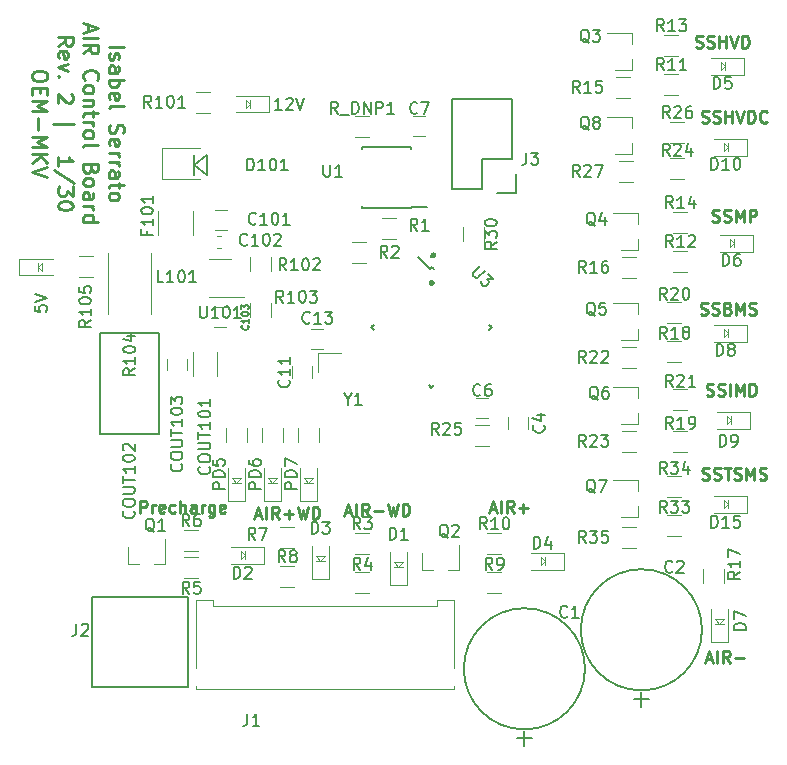
<source format=gto>
G04 #@! TF.GenerationSoftware,KiCad,Pcbnew,5.1.5-52549c5~84~ubuntu18.04.1*
G04 #@! TF.CreationDate,2020-03-08T18:46:09-04:00*
G04 #@! TF.ProjectId,AIR_control,4149525f-636f-46e7-9472-6f6c2e6b6963,rev?*
G04 #@! TF.SameCoordinates,Original*
G04 #@! TF.FileFunction,Legend,Top*
G04 #@! TF.FilePolarity,Positive*
%FSLAX46Y46*%
G04 Gerber Fmt 4.6, Leading zero omitted, Abs format (unit mm)*
G04 Created by KiCad (PCBNEW 5.1.5-52549c5~84~ubuntu18.04.1) date 2020-03-08 18:46:09*
%MOMM*%
%LPD*%
G04 APERTURE LIST*
%ADD10C,0.254000*%
%ADD11C,0.120000*%
%ADD12C,0.150000*%
%ADD13C,0.100000*%
%ADD14C,0.152400*%
%ADD15C,0.500000*%
%ADD16C,0.200000*%
G04 APERTURE END LIST*
D10*
X108581976Y-52711047D02*
X109851976Y-52711047D01*
X108642452Y-53255333D02*
X108581976Y-53376285D01*
X108581976Y-53618190D01*
X108642452Y-53739142D01*
X108763404Y-53799619D01*
X108823880Y-53799619D01*
X108944833Y-53739142D01*
X109005309Y-53618190D01*
X109005309Y-53436761D01*
X109065785Y-53315809D01*
X109186738Y-53255333D01*
X109247214Y-53255333D01*
X109368166Y-53315809D01*
X109428642Y-53436761D01*
X109428642Y-53618190D01*
X109368166Y-53739142D01*
X108581976Y-54888190D02*
X109247214Y-54888190D01*
X109368166Y-54827714D01*
X109428642Y-54706761D01*
X109428642Y-54464857D01*
X109368166Y-54343904D01*
X108642452Y-54888190D02*
X108581976Y-54767238D01*
X108581976Y-54464857D01*
X108642452Y-54343904D01*
X108763404Y-54283428D01*
X108884357Y-54283428D01*
X109005309Y-54343904D01*
X109065785Y-54464857D01*
X109065785Y-54767238D01*
X109126261Y-54888190D01*
X108581976Y-55492952D02*
X109851976Y-55492952D01*
X109368166Y-55492952D02*
X109428642Y-55613904D01*
X109428642Y-55855809D01*
X109368166Y-55976761D01*
X109307690Y-56037238D01*
X109186738Y-56097714D01*
X108823880Y-56097714D01*
X108702928Y-56037238D01*
X108642452Y-55976761D01*
X108581976Y-55855809D01*
X108581976Y-55613904D01*
X108642452Y-55492952D01*
X108642452Y-57125809D02*
X108581976Y-57004857D01*
X108581976Y-56762952D01*
X108642452Y-56642000D01*
X108763404Y-56581523D01*
X109247214Y-56581523D01*
X109368166Y-56642000D01*
X109428642Y-56762952D01*
X109428642Y-57004857D01*
X109368166Y-57125809D01*
X109247214Y-57186285D01*
X109126261Y-57186285D01*
X109005309Y-56581523D01*
X108581976Y-57912000D02*
X108642452Y-57791047D01*
X108763404Y-57730571D01*
X109851976Y-57730571D01*
X108642452Y-59302952D02*
X108581976Y-59484380D01*
X108581976Y-59786761D01*
X108642452Y-59907714D01*
X108702928Y-59968190D01*
X108823880Y-60028666D01*
X108944833Y-60028666D01*
X109065785Y-59968190D01*
X109126261Y-59907714D01*
X109186738Y-59786761D01*
X109247214Y-59544857D01*
X109307690Y-59423904D01*
X109368166Y-59363428D01*
X109489119Y-59302952D01*
X109610071Y-59302952D01*
X109731023Y-59363428D01*
X109791500Y-59423904D01*
X109851976Y-59544857D01*
X109851976Y-59847238D01*
X109791500Y-60028666D01*
X108642452Y-61056761D02*
X108581976Y-60935809D01*
X108581976Y-60693904D01*
X108642452Y-60572952D01*
X108763404Y-60512476D01*
X109247214Y-60512476D01*
X109368166Y-60572952D01*
X109428642Y-60693904D01*
X109428642Y-60935809D01*
X109368166Y-61056761D01*
X109247214Y-61117238D01*
X109126261Y-61117238D01*
X109005309Y-60512476D01*
X108581976Y-61661523D02*
X109428642Y-61661523D01*
X109186738Y-61661523D02*
X109307690Y-61722000D01*
X109368166Y-61782476D01*
X109428642Y-61903428D01*
X109428642Y-62024380D01*
X108581976Y-62447714D02*
X109428642Y-62447714D01*
X109186738Y-62447714D02*
X109307690Y-62508190D01*
X109368166Y-62568666D01*
X109428642Y-62689619D01*
X109428642Y-62810571D01*
X108581976Y-63778190D02*
X109247214Y-63778190D01*
X109368166Y-63717714D01*
X109428642Y-63596761D01*
X109428642Y-63354857D01*
X109368166Y-63233904D01*
X108642452Y-63778190D02*
X108581976Y-63657238D01*
X108581976Y-63354857D01*
X108642452Y-63233904D01*
X108763404Y-63173428D01*
X108884357Y-63173428D01*
X109005309Y-63233904D01*
X109065785Y-63354857D01*
X109065785Y-63657238D01*
X109126261Y-63778190D01*
X109428642Y-64201523D02*
X109428642Y-64685333D01*
X109851976Y-64382952D02*
X108763404Y-64382952D01*
X108642452Y-64443428D01*
X108581976Y-64564380D01*
X108581976Y-64685333D01*
X108581976Y-65290095D02*
X108642452Y-65169142D01*
X108702928Y-65108666D01*
X108823880Y-65048190D01*
X109186738Y-65048190D01*
X109307690Y-65108666D01*
X109368166Y-65169142D01*
X109428642Y-65290095D01*
X109428642Y-65471523D01*
X109368166Y-65592476D01*
X109307690Y-65652952D01*
X109186738Y-65713428D01*
X108823880Y-65713428D01*
X108702928Y-65652952D01*
X108642452Y-65592476D01*
X108581976Y-65471523D01*
X108581976Y-65290095D01*
X106785833Y-50775809D02*
X106785833Y-51380571D01*
X106422976Y-50654857D02*
X107692976Y-51078190D01*
X106422976Y-51501523D01*
X106422976Y-51924857D02*
X107692976Y-51924857D01*
X106422976Y-53255333D02*
X107027738Y-52832000D01*
X106422976Y-52529619D02*
X107692976Y-52529619D01*
X107692976Y-53013428D01*
X107632500Y-53134380D01*
X107572023Y-53194857D01*
X107451071Y-53255333D01*
X107269642Y-53255333D01*
X107148690Y-53194857D01*
X107088214Y-53134380D01*
X107027738Y-53013428D01*
X107027738Y-52529619D01*
X106543928Y-55492952D02*
X106483452Y-55432476D01*
X106422976Y-55251047D01*
X106422976Y-55130095D01*
X106483452Y-54948666D01*
X106604404Y-54827714D01*
X106725357Y-54767238D01*
X106967261Y-54706761D01*
X107148690Y-54706761D01*
X107390595Y-54767238D01*
X107511547Y-54827714D01*
X107632500Y-54948666D01*
X107692976Y-55130095D01*
X107692976Y-55251047D01*
X107632500Y-55432476D01*
X107572023Y-55492952D01*
X106422976Y-56218666D02*
X106483452Y-56097714D01*
X106543928Y-56037238D01*
X106664880Y-55976761D01*
X107027738Y-55976761D01*
X107148690Y-56037238D01*
X107209166Y-56097714D01*
X107269642Y-56218666D01*
X107269642Y-56400095D01*
X107209166Y-56521047D01*
X107148690Y-56581523D01*
X107027738Y-56642000D01*
X106664880Y-56642000D01*
X106543928Y-56581523D01*
X106483452Y-56521047D01*
X106422976Y-56400095D01*
X106422976Y-56218666D01*
X107269642Y-57186285D02*
X106422976Y-57186285D01*
X107148690Y-57186285D02*
X107209166Y-57246761D01*
X107269642Y-57367714D01*
X107269642Y-57549142D01*
X107209166Y-57670095D01*
X107088214Y-57730571D01*
X106422976Y-57730571D01*
X107269642Y-58153904D02*
X107269642Y-58637714D01*
X107692976Y-58335333D02*
X106604404Y-58335333D01*
X106483452Y-58395809D01*
X106422976Y-58516761D01*
X106422976Y-58637714D01*
X106422976Y-59061047D02*
X107269642Y-59061047D01*
X107027738Y-59061047D02*
X107148690Y-59121523D01*
X107209166Y-59182000D01*
X107269642Y-59302952D01*
X107269642Y-59423904D01*
X106422976Y-60028666D02*
X106483452Y-59907714D01*
X106543928Y-59847238D01*
X106664880Y-59786761D01*
X107027738Y-59786761D01*
X107148690Y-59847238D01*
X107209166Y-59907714D01*
X107269642Y-60028666D01*
X107269642Y-60210095D01*
X107209166Y-60331047D01*
X107148690Y-60391523D01*
X107027738Y-60452000D01*
X106664880Y-60452000D01*
X106543928Y-60391523D01*
X106483452Y-60331047D01*
X106422976Y-60210095D01*
X106422976Y-60028666D01*
X106422976Y-61177714D02*
X106483452Y-61056761D01*
X106604404Y-60996285D01*
X107692976Y-60996285D01*
X107088214Y-63052476D02*
X107027738Y-63233904D01*
X106967261Y-63294380D01*
X106846309Y-63354857D01*
X106664880Y-63354857D01*
X106543928Y-63294380D01*
X106483452Y-63233904D01*
X106422976Y-63112952D01*
X106422976Y-62629142D01*
X107692976Y-62629142D01*
X107692976Y-63052476D01*
X107632500Y-63173428D01*
X107572023Y-63233904D01*
X107451071Y-63294380D01*
X107330119Y-63294380D01*
X107209166Y-63233904D01*
X107148690Y-63173428D01*
X107088214Y-63052476D01*
X107088214Y-62629142D01*
X106422976Y-64080571D02*
X106483452Y-63959619D01*
X106543928Y-63899142D01*
X106664880Y-63838666D01*
X107027738Y-63838666D01*
X107148690Y-63899142D01*
X107209166Y-63959619D01*
X107269642Y-64080571D01*
X107269642Y-64262000D01*
X107209166Y-64382952D01*
X107148690Y-64443428D01*
X107027738Y-64503904D01*
X106664880Y-64503904D01*
X106543928Y-64443428D01*
X106483452Y-64382952D01*
X106422976Y-64262000D01*
X106422976Y-64080571D01*
X106422976Y-65592476D02*
X107088214Y-65592476D01*
X107209166Y-65532000D01*
X107269642Y-65411047D01*
X107269642Y-65169142D01*
X107209166Y-65048190D01*
X106483452Y-65592476D02*
X106422976Y-65471523D01*
X106422976Y-65169142D01*
X106483452Y-65048190D01*
X106604404Y-64987714D01*
X106725357Y-64987714D01*
X106846309Y-65048190D01*
X106906785Y-65169142D01*
X106906785Y-65471523D01*
X106967261Y-65592476D01*
X106422976Y-66197238D02*
X107269642Y-66197238D01*
X107027738Y-66197238D02*
X107148690Y-66257714D01*
X107209166Y-66318190D01*
X107269642Y-66439142D01*
X107269642Y-66560095D01*
X106422976Y-67527714D02*
X107692976Y-67527714D01*
X106483452Y-67527714D02*
X106422976Y-67406761D01*
X106422976Y-67164857D01*
X106483452Y-67043904D01*
X106543928Y-66983428D01*
X106664880Y-66922952D01*
X107027738Y-66922952D01*
X107148690Y-66983428D01*
X107209166Y-67043904D01*
X107269642Y-67164857D01*
X107269642Y-67406761D01*
X107209166Y-67527714D01*
X104263976Y-52620333D02*
X104868738Y-52197000D01*
X104263976Y-51894619D02*
X105533976Y-51894619D01*
X105533976Y-52378428D01*
X105473500Y-52499380D01*
X105413023Y-52559857D01*
X105292071Y-52620333D01*
X105110642Y-52620333D01*
X104989690Y-52559857D01*
X104929214Y-52499380D01*
X104868738Y-52378428D01*
X104868738Y-51894619D01*
X104324452Y-53648428D02*
X104263976Y-53527476D01*
X104263976Y-53285571D01*
X104324452Y-53164619D01*
X104445404Y-53104142D01*
X104929214Y-53104142D01*
X105050166Y-53164619D01*
X105110642Y-53285571D01*
X105110642Y-53527476D01*
X105050166Y-53648428D01*
X104929214Y-53708904D01*
X104808261Y-53708904D01*
X104687309Y-53104142D01*
X105110642Y-54132238D02*
X104263976Y-54434619D01*
X105110642Y-54737000D01*
X104384928Y-55220809D02*
X104324452Y-55281285D01*
X104263976Y-55220809D01*
X104324452Y-55160333D01*
X104384928Y-55220809D01*
X104263976Y-55220809D01*
X105413023Y-56732714D02*
X105473500Y-56793190D01*
X105533976Y-56914142D01*
X105533976Y-57216523D01*
X105473500Y-57337476D01*
X105413023Y-57397952D01*
X105292071Y-57458428D01*
X105171119Y-57458428D01*
X104989690Y-57397952D01*
X104263976Y-56672238D01*
X104263976Y-57458428D01*
X103840642Y-59272714D02*
X105654928Y-59272714D01*
X104263976Y-62780333D02*
X104263976Y-62054619D01*
X104263976Y-62417476D02*
X105533976Y-62417476D01*
X105352547Y-62296523D01*
X105231595Y-62175571D01*
X105171119Y-62054619D01*
X105594452Y-64231761D02*
X103961595Y-63143190D01*
X105533976Y-64534142D02*
X105533976Y-65320333D01*
X105050166Y-64897000D01*
X105050166Y-65078428D01*
X104989690Y-65199380D01*
X104929214Y-65259857D01*
X104808261Y-65320333D01*
X104505880Y-65320333D01*
X104384928Y-65259857D01*
X104324452Y-65199380D01*
X104263976Y-65078428D01*
X104263976Y-64715571D01*
X104324452Y-64594619D01*
X104384928Y-64534142D01*
X105533976Y-66106523D02*
X105533976Y-66227476D01*
X105473500Y-66348428D01*
X105413023Y-66408904D01*
X105292071Y-66469380D01*
X105050166Y-66529857D01*
X104747785Y-66529857D01*
X104505880Y-66469380D01*
X104384928Y-66408904D01*
X104324452Y-66348428D01*
X104263976Y-66227476D01*
X104263976Y-66106523D01*
X104324452Y-65985571D01*
X104384928Y-65925095D01*
X104505880Y-65864619D01*
X104747785Y-65804142D01*
X105050166Y-65804142D01*
X105292071Y-65864619D01*
X105413023Y-65925095D01*
X105473500Y-65985571D01*
X105533976Y-66106523D01*
X103374976Y-55069619D02*
X103374976Y-55311523D01*
X103314500Y-55432476D01*
X103193547Y-55553428D01*
X102951642Y-55613904D01*
X102528309Y-55613904D01*
X102286404Y-55553428D01*
X102165452Y-55432476D01*
X102104976Y-55311523D01*
X102104976Y-55069619D01*
X102165452Y-54948666D01*
X102286404Y-54827714D01*
X102528309Y-54767238D01*
X102951642Y-54767238D01*
X103193547Y-54827714D01*
X103314500Y-54948666D01*
X103374976Y-55069619D01*
X102770214Y-56158190D02*
X102770214Y-56581523D01*
X102104976Y-56762952D02*
X102104976Y-56158190D01*
X103374976Y-56158190D01*
X103374976Y-56762952D01*
X102104976Y-57307238D02*
X103374976Y-57307238D01*
X102467833Y-57730571D01*
X103374976Y-58153904D01*
X102104976Y-58153904D01*
X102588785Y-58758666D02*
X102588785Y-59726285D01*
X102104976Y-60331047D02*
X103374976Y-60331047D01*
X102467833Y-60754380D01*
X103374976Y-61177714D01*
X102104976Y-61177714D01*
X102104976Y-61782476D02*
X103374976Y-61782476D01*
X102104976Y-62508190D02*
X102830690Y-61963904D01*
X103374976Y-62508190D02*
X102649261Y-61782476D01*
X103374976Y-62871047D02*
X102104976Y-63294380D01*
X103374976Y-63717714D01*
X159161238Y-104563333D02*
X159645047Y-104563333D01*
X159064476Y-104853619D02*
X159403142Y-103837619D01*
X159741809Y-104853619D01*
X160080476Y-104853619D02*
X160080476Y-103837619D01*
X161144857Y-104853619D02*
X160806190Y-104369809D01*
X160564285Y-104853619D02*
X160564285Y-103837619D01*
X160951333Y-103837619D01*
X161048095Y-103886000D01*
X161096476Y-103934380D01*
X161144857Y-104031142D01*
X161144857Y-104176285D01*
X161096476Y-104273047D01*
X161048095Y-104321428D01*
X160951333Y-104369809D01*
X160564285Y-104369809D01*
X161580285Y-104466571D02*
X162354380Y-104466571D01*
X120988666Y-92371333D02*
X121472476Y-92371333D01*
X120891904Y-92661619D02*
X121230571Y-91645619D01*
X121569238Y-92661619D01*
X121907904Y-92661619D02*
X121907904Y-91645619D01*
X122972285Y-92661619D02*
X122633619Y-92177809D01*
X122391714Y-92661619D02*
X122391714Y-91645619D01*
X122778761Y-91645619D01*
X122875523Y-91694000D01*
X122923904Y-91742380D01*
X122972285Y-91839142D01*
X122972285Y-91984285D01*
X122923904Y-92081047D01*
X122875523Y-92129428D01*
X122778761Y-92177809D01*
X122391714Y-92177809D01*
X123407714Y-92274571D02*
X124181809Y-92274571D01*
X123794761Y-92661619D02*
X123794761Y-91887523D01*
X124568857Y-91645619D02*
X124810761Y-92661619D01*
X125004285Y-91935904D01*
X125197809Y-92661619D01*
X125439714Y-91645619D01*
X125826761Y-92661619D02*
X125826761Y-91645619D01*
X126068666Y-91645619D01*
X126213809Y-91694000D01*
X126310571Y-91790761D01*
X126358952Y-91887523D01*
X126407333Y-92081047D01*
X126407333Y-92226190D01*
X126358952Y-92419714D01*
X126310571Y-92516476D01*
X126213809Y-92613238D01*
X126068666Y-92661619D01*
X125826761Y-92661619D01*
X128608666Y-92117333D02*
X129092476Y-92117333D01*
X128511904Y-92407619D02*
X128850571Y-91391619D01*
X129189238Y-92407619D01*
X129527904Y-92407619D02*
X129527904Y-91391619D01*
X130592285Y-92407619D02*
X130253619Y-91923809D01*
X130011714Y-92407619D02*
X130011714Y-91391619D01*
X130398761Y-91391619D01*
X130495523Y-91440000D01*
X130543904Y-91488380D01*
X130592285Y-91585142D01*
X130592285Y-91730285D01*
X130543904Y-91827047D01*
X130495523Y-91875428D01*
X130398761Y-91923809D01*
X130011714Y-91923809D01*
X131027714Y-92020571D02*
X131801809Y-92020571D01*
X132188857Y-91391619D02*
X132430761Y-92407619D01*
X132624285Y-91681904D01*
X132817809Y-92407619D01*
X133059714Y-91391619D01*
X133446761Y-92407619D02*
X133446761Y-91391619D01*
X133688666Y-91391619D01*
X133833809Y-91440000D01*
X133930571Y-91536761D01*
X133978952Y-91633523D01*
X134027333Y-91827047D01*
X134027333Y-91972190D01*
X133978952Y-92165714D01*
X133930571Y-92262476D01*
X133833809Y-92359238D01*
X133688666Y-92407619D01*
X133446761Y-92407619D01*
X158786285Y-59085238D02*
X158931428Y-59133619D01*
X159173333Y-59133619D01*
X159270095Y-59085238D01*
X159318476Y-59036857D01*
X159366857Y-58940095D01*
X159366857Y-58843333D01*
X159318476Y-58746571D01*
X159270095Y-58698190D01*
X159173333Y-58649809D01*
X158979809Y-58601428D01*
X158883047Y-58553047D01*
X158834666Y-58504666D01*
X158786285Y-58407904D01*
X158786285Y-58311142D01*
X158834666Y-58214380D01*
X158883047Y-58166000D01*
X158979809Y-58117619D01*
X159221714Y-58117619D01*
X159366857Y-58166000D01*
X159753904Y-59085238D02*
X159899047Y-59133619D01*
X160140952Y-59133619D01*
X160237714Y-59085238D01*
X160286095Y-59036857D01*
X160334476Y-58940095D01*
X160334476Y-58843333D01*
X160286095Y-58746571D01*
X160237714Y-58698190D01*
X160140952Y-58649809D01*
X159947428Y-58601428D01*
X159850666Y-58553047D01*
X159802285Y-58504666D01*
X159753904Y-58407904D01*
X159753904Y-58311142D01*
X159802285Y-58214380D01*
X159850666Y-58166000D01*
X159947428Y-58117619D01*
X160189333Y-58117619D01*
X160334476Y-58166000D01*
X160769904Y-59133619D02*
X160769904Y-58117619D01*
X160769904Y-58601428D02*
X161350476Y-58601428D01*
X161350476Y-59133619D02*
X161350476Y-58117619D01*
X161689142Y-58117619D02*
X162027809Y-59133619D01*
X162366476Y-58117619D01*
X162705142Y-59133619D02*
X162705142Y-58117619D01*
X162947047Y-58117619D01*
X163092190Y-58166000D01*
X163188952Y-58262761D01*
X163237333Y-58359523D01*
X163285714Y-58553047D01*
X163285714Y-58698190D01*
X163237333Y-58891714D01*
X163188952Y-58988476D01*
X163092190Y-59085238D01*
X162947047Y-59133619D01*
X162705142Y-59133619D01*
X164301714Y-59036857D02*
X164253333Y-59085238D01*
X164108190Y-59133619D01*
X164011428Y-59133619D01*
X163866285Y-59085238D01*
X163769523Y-58988476D01*
X163721142Y-58891714D01*
X163672761Y-58698190D01*
X163672761Y-58553047D01*
X163721142Y-58359523D01*
X163769523Y-58262761D01*
X163866285Y-58166000D01*
X164011428Y-58117619D01*
X164108190Y-58117619D01*
X164253333Y-58166000D01*
X164301714Y-58214380D01*
X158689523Y-75341238D02*
X158834666Y-75389619D01*
X159076571Y-75389619D01*
X159173333Y-75341238D01*
X159221714Y-75292857D01*
X159270095Y-75196095D01*
X159270095Y-75099333D01*
X159221714Y-75002571D01*
X159173333Y-74954190D01*
X159076571Y-74905809D01*
X158883047Y-74857428D01*
X158786285Y-74809047D01*
X158737904Y-74760666D01*
X158689523Y-74663904D01*
X158689523Y-74567142D01*
X158737904Y-74470380D01*
X158786285Y-74422000D01*
X158883047Y-74373619D01*
X159124952Y-74373619D01*
X159270095Y-74422000D01*
X159657142Y-75341238D02*
X159802285Y-75389619D01*
X160044190Y-75389619D01*
X160140952Y-75341238D01*
X160189333Y-75292857D01*
X160237714Y-75196095D01*
X160237714Y-75099333D01*
X160189333Y-75002571D01*
X160140952Y-74954190D01*
X160044190Y-74905809D01*
X159850666Y-74857428D01*
X159753904Y-74809047D01*
X159705523Y-74760666D01*
X159657142Y-74663904D01*
X159657142Y-74567142D01*
X159705523Y-74470380D01*
X159753904Y-74422000D01*
X159850666Y-74373619D01*
X160092571Y-74373619D01*
X160237714Y-74422000D01*
X161011809Y-74857428D02*
X161156952Y-74905809D01*
X161205333Y-74954190D01*
X161253714Y-75050952D01*
X161253714Y-75196095D01*
X161205333Y-75292857D01*
X161156952Y-75341238D01*
X161060190Y-75389619D01*
X160673142Y-75389619D01*
X160673142Y-74373619D01*
X161011809Y-74373619D01*
X161108571Y-74422000D01*
X161156952Y-74470380D01*
X161205333Y-74567142D01*
X161205333Y-74663904D01*
X161156952Y-74760666D01*
X161108571Y-74809047D01*
X161011809Y-74857428D01*
X160673142Y-74857428D01*
X161689142Y-75389619D02*
X161689142Y-74373619D01*
X162027809Y-75099333D01*
X162366476Y-74373619D01*
X162366476Y-75389619D01*
X162801904Y-75341238D02*
X162947047Y-75389619D01*
X163188952Y-75389619D01*
X163285714Y-75341238D01*
X163334095Y-75292857D01*
X163382476Y-75196095D01*
X163382476Y-75099333D01*
X163334095Y-75002571D01*
X163285714Y-74954190D01*
X163188952Y-74905809D01*
X162995428Y-74857428D01*
X162898666Y-74809047D01*
X162850285Y-74760666D01*
X162801904Y-74663904D01*
X162801904Y-74567142D01*
X162850285Y-74470380D01*
X162898666Y-74422000D01*
X162995428Y-74373619D01*
X163237333Y-74373619D01*
X163382476Y-74422000D01*
X140873238Y-91863333D02*
X141357047Y-91863333D01*
X140776476Y-92153619D02*
X141115142Y-91137619D01*
X141453809Y-92153619D01*
X141792476Y-92153619D02*
X141792476Y-91137619D01*
X142856857Y-92153619D02*
X142518190Y-91669809D01*
X142276285Y-92153619D02*
X142276285Y-91137619D01*
X142663333Y-91137619D01*
X142760095Y-91186000D01*
X142808476Y-91234380D01*
X142856857Y-91331142D01*
X142856857Y-91476285D01*
X142808476Y-91573047D01*
X142760095Y-91621428D01*
X142663333Y-91669809D01*
X142276285Y-91669809D01*
X143292285Y-91766571D02*
X144066380Y-91766571D01*
X143679333Y-92153619D02*
X143679333Y-91379523D01*
X111227809Y-92153619D02*
X111227809Y-91137619D01*
X111614857Y-91137619D01*
X111711619Y-91186000D01*
X111760000Y-91234380D01*
X111808380Y-91331142D01*
X111808380Y-91476285D01*
X111760000Y-91573047D01*
X111711619Y-91621428D01*
X111614857Y-91669809D01*
X111227809Y-91669809D01*
X112243809Y-92153619D02*
X112243809Y-91476285D01*
X112243809Y-91669809D02*
X112292190Y-91573047D01*
X112340571Y-91524666D01*
X112437333Y-91476285D01*
X112534095Y-91476285D01*
X113259809Y-92105238D02*
X113163047Y-92153619D01*
X112969523Y-92153619D01*
X112872761Y-92105238D01*
X112824380Y-92008476D01*
X112824380Y-91621428D01*
X112872761Y-91524666D01*
X112969523Y-91476285D01*
X113163047Y-91476285D01*
X113259809Y-91524666D01*
X113308190Y-91621428D01*
X113308190Y-91718190D01*
X112824380Y-91814952D01*
X114179047Y-92105238D02*
X114082285Y-92153619D01*
X113888761Y-92153619D01*
X113792000Y-92105238D01*
X113743619Y-92056857D01*
X113695238Y-91960095D01*
X113695238Y-91669809D01*
X113743619Y-91573047D01*
X113792000Y-91524666D01*
X113888761Y-91476285D01*
X114082285Y-91476285D01*
X114179047Y-91524666D01*
X114614476Y-92153619D02*
X114614476Y-91137619D01*
X115049904Y-92153619D02*
X115049904Y-91621428D01*
X115001523Y-91524666D01*
X114904761Y-91476285D01*
X114759619Y-91476285D01*
X114662857Y-91524666D01*
X114614476Y-91573047D01*
X115969142Y-92153619D02*
X115969142Y-91621428D01*
X115920761Y-91524666D01*
X115824000Y-91476285D01*
X115630476Y-91476285D01*
X115533714Y-91524666D01*
X115969142Y-92105238D02*
X115872380Y-92153619D01*
X115630476Y-92153619D01*
X115533714Y-92105238D01*
X115485333Y-92008476D01*
X115485333Y-91911714D01*
X115533714Y-91814952D01*
X115630476Y-91766571D01*
X115872380Y-91766571D01*
X115969142Y-91718190D01*
X116452952Y-92153619D02*
X116452952Y-91476285D01*
X116452952Y-91669809D02*
X116501333Y-91573047D01*
X116549714Y-91524666D01*
X116646476Y-91476285D01*
X116743238Y-91476285D01*
X117517333Y-91476285D02*
X117517333Y-92298761D01*
X117468952Y-92395523D01*
X117420571Y-92443904D01*
X117323809Y-92492285D01*
X117178666Y-92492285D01*
X117081904Y-92443904D01*
X117517333Y-92105238D02*
X117420571Y-92153619D01*
X117227047Y-92153619D01*
X117130285Y-92105238D01*
X117081904Y-92056857D01*
X117033523Y-91960095D01*
X117033523Y-91669809D01*
X117081904Y-91573047D01*
X117130285Y-91524666D01*
X117227047Y-91476285D01*
X117420571Y-91476285D01*
X117517333Y-91524666D01*
X118388190Y-92105238D02*
X118291428Y-92153619D01*
X118097904Y-92153619D01*
X118001142Y-92105238D01*
X117952761Y-92008476D01*
X117952761Y-91621428D01*
X118001142Y-91524666D01*
X118097904Y-91476285D01*
X118291428Y-91476285D01*
X118388190Y-91524666D01*
X118436571Y-91621428D01*
X118436571Y-91718190D01*
X117952761Y-91814952D01*
X159185428Y-82199238D02*
X159330571Y-82247619D01*
X159572476Y-82247619D01*
X159669238Y-82199238D01*
X159717619Y-82150857D01*
X159766000Y-82054095D01*
X159766000Y-81957333D01*
X159717619Y-81860571D01*
X159669238Y-81812190D01*
X159572476Y-81763809D01*
X159378952Y-81715428D01*
X159282190Y-81667047D01*
X159233809Y-81618666D01*
X159185428Y-81521904D01*
X159185428Y-81425142D01*
X159233809Y-81328380D01*
X159282190Y-81280000D01*
X159378952Y-81231619D01*
X159620857Y-81231619D01*
X159766000Y-81280000D01*
X160153047Y-82199238D02*
X160298190Y-82247619D01*
X160540095Y-82247619D01*
X160636857Y-82199238D01*
X160685238Y-82150857D01*
X160733619Y-82054095D01*
X160733619Y-81957333D01*
X160685238Y-81860571D01*
X160636857Y-81812190D01*
X160540095Y-81763809D01*
X160346571Y-81715428D01*
X160249809Y-81667047D01*
X160201428Y-81618666D01*
X160153047Y-81521904D01*
X160153047Y-81425142D01*
X160201428Y-81328380D01*
X160249809Y-81280000D01*
X160346571Y-81231619D01*
X160588476Y-81231619D01*
X160733619Y-81280000D01*
X161169047Y-82247619D02*
X161169047Y-81231619D01*
X161652857Y-82247619D02*
X161652857Y-81231619D01*
X161991523Y-81957333D01*
X162330190Y-81231619D01*
X162330190Y-82247619D01*
X162814000Y-82247619D02*
X162814000Y-81231619D01*
X163055904Y-81231619D01*
X163201047Y-81280000D01*
X163297809Y-81376761D01*
X163346190Y-81473523D01*
X163394571Y-81667047D01*
X163394571Y-81812190D01*
X163346190Y-82005714D01*
X163297809Y-82102476D01*
X163201047Y-82199238D01*
X163055904Y-82247619D01*
X162814000Y-82247619D01*
X158834666Y-89311238D02*
X158979809Y-89359619D01*
X159221714Y-89359619D01*
X159318476Y-89311238D01*
X159366857Y-89262857D01*
X159415238Y-89166095D01*
X159415238Y-89069333D01*
X159366857Y-88972571D01*
X159318476Y-88924190D01*
X159221714Y-88875809D01*
X159028190Y-88827428D01*
X158931428Y-88779047D01*
X158883047Y-88730666D01*
X158834666Y-88633904D01*
X158834666Y-88537142D01*
X158883047Y-88440380D01*
X158931428Y-88392000D01*
X159028190Y-88343619D01*
X159270095Y-88343619D01*
X159415238Y-88392000D01*
X159802285Y-89311238D02*
X159947428Y-89359619D01*
X160189333Y-89359619D01*
X160286095Y-89311238D01*
X160334476Y-89262857D01*
X160382857Y-89166095D01*
X160382857Y-89069333D01*
X160334476Y-88972571D01*
X160286095Y-88924190D01*
X160189333Y-88875809D01*
X159995809Y-88827428D01*
X159899047Y-88779047D01*
X159850666Y-88730666D01*
X159802285Y-88633904D01*
X159802285Y-88537142D01*
X159850666Y-88440380D01*
X159899047Y-88392000D01*
X159995809Y-88343619D01*
X160237714Y-88343619D01*
X160382857Y-88392000D01*
X160673142Y-88343619D02*
X161253714Y-88343619D01*
X160963428Y-89359619D02*
X160963428Y-88343619D01*
X161544000Y-89311238D02*
X161689142Y-89359619D01*
X161931047Y-89359619D01*
X162027809Y-89311238D01*
X162076190Y-89262857D01*
X162124571Y-89166095D01*
X162124571Y-89069333D01*
X162076190Y-88972571D01*
X162027809Y-88924190D01*
X161931047Y-88875809D01*
X161737523Y-88827428D01*
X161640761Y-88779047D01*
X161592380Y-88730666D01*
X161544000Y-88633904D01*
X161544000Y-88537142D01*
X161592380Y-88440380D01*
X161640761Y-88392000D01*
X161737523Y-88343619D01*
X161979428Y-88343619D01*
X162124571Y-88392000D01*
X162560000Y-89359619D02*
X162560000Y-88343619D01*
X162898666Y-89069333D01*
X163237333Y-88343619D01*
X163237333Y-89359619D01*
X163672761Y-89311238D02*
X163817904Y-89359619D01*
X164059809Y-89359619D01*
X164156571Y-89311238D01*
X164204952Y-89262857D01*
X164253333Y-89166095D01*
X164253333Y-89069333D01*
X164204952Y-88972571D01*
X164156571Y-88924190D01*
X164059809Y-88875809D01*
X163866285Y-88827428D01*
X163769523Y-88779047D01*
X163721142Y-88730666D01*
X163672761Y-88633904D01*
X163672761Y-88537142D01*
X163721142Y-88440380D01*
X163769523Y-88392000D01*
X163866285Y-88343619D01*
X164108190Y-88343619D01*
X164253333Y-88392000D01*
X158278285Y-52735238D02*
X158423428Y-52783619D01*
X158665333Y-52783619D01*
X158762095Y-52735238D01*
X158810476Y-52686857D01*
X158858857Y-52590095D01*
X158858857Y-52493333D01*
X158810476Y-52396571D01*
X158762095Y-52348190D01*
X158665333Y-52299809D01*
X158471809Y-52251428D01*
X158375047Y-52203047D01*
X158326666Y-52154666D01*
X158278285Y-52057904D01*
X158278285Y-51961142D01*
X158326666Y-51864380D01*
X158375047Y-51816000D01*
X158471809Y-51767619D01*
X158713714Y-51767619D01*
X158858857Y-51816000D01*
X159245904Y-52735238D02*
X159391047Y-52783619D01*
X159632952Y-52783619D01*
X159729714Y-52735238D01*
X159778095Y-52686857D01*
X159826476Y-52590095D01*
X159826476Y-52493333D01*
X159778095Y-52396571D01*
X159729714Y-52348190D01*
X159632952Y-52299809D01*
X159439428Y-52251428D01*
X159342666Y-52203047D01*
X159294285Y-52154666D01*
X159245904Y-52057904D01*
X159245904Y-51961142D01*
X159294285Y-51864380D01*
X159342666Y-51816000D01*
X159439428Y-51767619D01*
X159681333Y-51767619D01*
X159826476Y-51816000D01*
X160261904Y-52783619D02*
X160261904Y-51767619D01*
X160261904Y-52251428D02*
X160842476Y-52251428D01*
X160842476Y-52783619D02*
X160842476Y-51767619D01*
X161181142Y-51767619D02*
X161519809Y-52783619D01*
X161858476Y-51767619D01*
X162197142Y-52783619D02*
X162197142Y-51767619D01*
X162439047Y-51767619D01*
X162584190Y-51816000D01*
X162680952Y-51912761D01*
X162729333Y-52009523D01*
X162777714Y-52203047D01*
X162777714Y-52348190D01*
X162729333Y-52541714D01*
X162680952Y-52638476D01*
X162584190Y-52735238D01*
X162439047Y-52783619D01*
X162197142Y-52783619D01*
X159681333Y-67467238D02*
X159826476Y-67515619D01*
X160068380Y-67515619D01*
X160165142Y-67467238D01*
X160213523Y-67418857D01*
X160261904Y-67322095D01*
X160261904Y-67225333D01*
X160213523Y-67128571D01*
X160165142Y-67080190D01*
X160068380Y-67031809D01*
X159874857Y-66983428D01*
X159778095Y-66935047D01*
X159729714Y-66886666D01*
X159681333Y-66789904D01*
X159681333Y-66693142D01*
X159729714Y-66596380D01*
X159778095Y-66548000D01*
X159874857Y-66499619D01*
X160116761Y-66499619D01*
X160261904Y-66548000D01*
X160648952Y-67467238D02*
X160794095Y-67515619D01*
X161036000Y-67515619D01*
X161132761Y-67467238D01*
X161181142Y-67418857D01*
X161229523Y-67322095D01*
X161229523Y-67225333D01*
X161181142Y-67128571D01*
X161132761Y-67080190D01*
X161036000Y-67031809D01*
X160842476Y-66983428D01*
X160745714Y-66935047D01*
X160697333Y-66886666D01*
X160648952Y-66789904D01*
X160648952Y-66693142D01*
X160697333Y-66596380D01*
X160745714Y-66548000D01*
X160842476Y-66499619D01*
X161084380Y-66499619D01*
X161229523Y-66548000D01*
X161664952Y-67515619D02*
X161664952Y-66499619D01*
X162003619Y-67225333D01*
X162342285Y-66499619D01*
X162342285Y-67515619D01*
X162826095Y-67515619D02*
X162826095Y-66499619D01*
X163213142Y-66499619D01*
X163309904Y-66548000D01*
X163358285Y-66596380D01*
X163406666Y-66693142D01*
X163406666Y-66838285D01*
X163358285Y-66935047D01*
X163309904Y-66983428D01*
X163213142Y-67031809D01*
X162826095Y-67031809D01*
D11*
X115945000Y-106808000D02*
X115945000Y-107118000D01*
X115945000Y-107118000D02*
X137815000Y-107118000D01*
X137815000Y-107118000D02*
X137815000Y-106808000D01*
X115945000Y-105288000D02*
X115945000Y-99528000D01*
X115945000Y-99528000D02*
X117365000Y-99528000D01*
X117365000Y-99528000D02*
X117365000Y-100028000D01*
X117365000Y-100028000D02*
X136395000Y-100028000D01*
X136395000Y-100028000D02*
X136395000Y-99528000D01*
X136395000Y-99528000D02*
X137815000Y-99528000D01*
X137815000Y-99528000D02*
X137815000Y-105288000D01*
D12*
X137668000Y-62230000D02*
X137668000Y-64770000D01*
X137668000Y-64770000D02*
X140208000Y-64770000D01*
X143028000Y-65050000D02*
X143028000Y-63500000D01*
X137668000Y-57150000D02*
X137668000Y-62230000D01*
X142748000Y-57150000D02*
X137668000Y-57150000D01*
X140208000Y-62230000D02*
X142748000Y-62230000D01*
X140208000Y-64770000D02*
X140208000Y-62230000D01*
X143028000Y-65050000D02*
X141478000Y-65050000D01*
X142748000Y-62230000D02*
X142748000Y-57150000D01*
D11*
X152906000Y-54666000D02*
X152906000Y-53736000D01*
X152906000Y-51506000D02*
X152906000Y-52436000D01*
X152906000Y-51506000D02*
X150746000Y-51506000D01*
X152906000Y-54666000D02*
X151446000Y-54666000D01*
X155864000Y-74304000D02*
X157064000Y-74304000D01*
X157064000Y-76064000D02*
X155864000Y-76064000D01*
X153254000Y-79874000D02*
X152054000Y-79874000D01*
X152054000Y-78114000D02*
X153254000Y-78114000D01*
X153414000Y-77526000D02*
X151954000Y-77526000D01*
X153414000Y-74366000D02*
X151254000Y-74366000D01*
X153414000Y-74366000D02*
X153414000Y-75296000D01*
X153414000Y-77526000D02*
X153414000Y-76596000D01*
X157064000Y-79366000D02*
X155864000Y-79366000D01*
X155864000Y-77606000D02*
X157064000Y-77606000D01*
D13*
X160982000Y-76612000D02*
X160982000Y-76962000D01*
X160982000Y-76962000D02*
X160982000Y-77312000D01*
X160632000Y-76612000D02*
X160982000Y-76962000D01*
X160632000Y-76662000D02*
X160632000Y-76612000D01*
X160632000Y-76612000D02*
X160632000Y-76662000D01*
X160632000Y-77312000D02*
X160632000Y-76662000D01*
X160682000Y-77262000D02*
X160632000Y-77312000D01*
X160982000Y-76962000D02*
X160682000Y-77262000D01*
D11*
X162582000Y-77662000D02*
X162582000Y-76262000D01*
X162582000Y-76262000D02*
X159782000Y-76262000D01*
X162582000Y-77662000D02*
X159782000Y-77662000D01*
X114970000Y-95894000D02*
X116170000Y-95894000D01*
X116170000Y-97654000D02*
X114970000Y-97654000D01*
D14*
X158800800Y-102069900D02*
G75*
G03X158800800Y-102069900I-5130800J0D01*
G01*
X153035000Y-107962700D02*
X154305000Y-107962700D01*
X153670000Y-108597700D02*
X153670000Y-107327700D01*
X143764000Y-111899700D02*
X143764000Y-110629700D01*
X143129000Y-111264700D02*
X144399000Y-111264700D01*
X148894800Y-105371900D02*
G75*
G03X148894800Y-105371900I-5130800J0D01*
G01*
D11*
X110180000Y-96518000D02*
X111110000Y-96518000D01*
X113340000Y-96518000D02*
X112410000Y-96518000D01*
X113340000Y-96518000D02*
X113340000Y-94358000D01*
X110180000Y-96518000D02*
X110180000Y-95058000D01*
X126738000Y-76620000D02*
X125738000Y-76620000D01*
X125738000Y-78320000D02*
X126738000Y-78320000D01*
D12*
X134155000Y-66279000D02*
X135555000Y-66279000D01*
X134155000Y-61179000D02*
X130005000Y-61179000D01*
X134155000Y-66329000D02*
X130005000Y-66329000D01*
X134155000Y-61179000D02*
X134155000Y-61324000D01*
X130005000Y-61179000D02*
X130005000Y-61324000D01*
X130005000Y-66329000D02*
X130005000Y-66184000D01*
X134155000Y-66329000D02*
X134155000Y-66279000D01*
D11*
X124298000Y-98416000D02*
X123098000Y-98416000D01*
X123098000Y-96656000D02*
X124298000Y-96656000D01*
X116170000Y-95368000D02*
X114970000Y-95368000D01*
X114970000Y-93608000D02*
X116170000Y-93608000D01*
X130648000Y-98924000D02*
X129448000Y-98924000D01*
X129448000Y-97164000D02*
X130648000Y-97164000D01*
X138566000Y-69180000D02*
X138566000Y-67980000D01*
X140326000Y-67980000D02*
X140326000Y-69180000D01*
X129448000Y-58556000D02*
X130648000Y-58556000D01*
X130648000Y-60316000D02*
X129448000Y-60316000D01*
X153414000Y-69906000D02*
X151954000Y-69906000D01*
X153414000Y-66746000D02*
X151254000Y-66746000D01*
X153414000Y-66746000D02*
X153414000Y-67676000D01*
X153414000Y-69906000D02*
X153414000Y-68976000D01*
X124118000Y-79764000D02*
X124118000Y-80764000D01*
X125818000Y-80764000D02*
X125818000Y-79764000D01*
X151546000Y-55254000D02*
X152746000Y-55254000D01*
X152746000Y-57014000D02*
X151546000Y-57014000D01*
X129448000Y-93862000D02*
X130648000Y-93862000D01*
X130648000Y-95622000D02*
X129448000Y-95622000D01*
X155610000Y-55000000D02*
X156810000Y-55000000D01*
X156810000Y-56760000D02*
X155610000Y-56760000D01*
D13*
X119730000Y-89608000D02*
X119380000Y-89608000D01*
X119380000Y-89608000D02*
X119030000Y-89608000D01*
X119730000Y-89258000D02*
X119380000Y-89608000D01*
X119680000Y-89258000D02*
X119730000Y-89258000D01*
X119730000Y-89258000D02*
X119680000Y-89258000D01*
X119030000Y-89258000D02*
X119680000Y-89258000D01*
X119080000Y-89308000D02*
X119030000Y-89258000D01*
X119380000Y-89608000D02*
X119080000Y-89308000D01*
D11*
X118680000Y-91208000D02*
X120080000Y-91208000D01*
X120080000Y-91208000D02*
X120080000Y-88408000D01*
X118680000Y-91208000D02*
X118680000Y-88408000D01*
X124776000Y-91208000D02*
X124776000Y-88408000D01*
X126176000Y-91208000D02*
X126176000Y-88408000D01*
X124776000Y-91208000D02*
X126176000Y-91208000D01*
D13*
X125476000Y-89608000D02*
X125176000Y-89308000D01*
X125176000Y-89308000D02*
X125126000Y-89258000D01*
X125126000Y-89258000D02*
X125776000Y-89258000D01*
X125826000Y-89258000D02*
X125776000Y-89258000D01*
X125776000Y-89258000D02*
X125826000Y-89258000D01*
X125826000Y-89258000D02*
X125476000Y-89608000D01*
X125476000Y-89608000D02*
X125126000Y-89608000D01*
X125826000Y-89608000D02*
X125476000Y-89608000D01*
D12*
X135730901Y-71486575D02*
X134723274Y-70478948D01*
X141016524Y-76454000D02*
X140786714Y-76224190D01*
X135890000Y-81580524D02*
X135660190Y-81350714D01*
X130763476Y-76454000D02*
X130993286Y-76683810D01*
X135890000Y-71327476D02*
X136119810Y-71557286D01*
X130763476Y-76454000D02*
X130993286Y-76224190D01*
X135890000Y-81580524D02*
X136119810Y-81350714D01*
X141016524Y-76454000D02*
X140786714Y-76683810D01*
X135890000Y-71327476D02*
X135730901Y-71486575D01*
D15*
X136066524Y-70365386D02*
G75*
G03X136066524Y-70365386I-50800J0D01*
G01*
X135922840Y-72700253D02*
G75*
G03X135922840Y-72700253I-50801J0D01*
G01*
D11*
X118500000Y-86198000D02*
X118500000Y-84998000D01*
X120260000Y-84998000D02*
X120260000Y-86198000D01*
D13*
X126270000Y-78664000D02*
X126270000Y-80264000D01*
X126270000Y-78664000D02*
X128270000Y-78664000D01*
D11*
X130394000Y-70984000D02*
X129194000Y-70984000D01*
X129194000Y-69224000D02*
X130394000Y-69224000D01*
X134374000Y-60286000D02*
X135374000Y-60286000D01*
X135374000Y-58586000D02*
X134374000Y-58586000D01*
X153254000Y-95114000D02*
X152054000Y-95114000D01*
X152054000Y-93354000D02*
X153254000Y-93354000D01*
D13*
X145488000Y-95916000D02*
X145488000Y-96266000D01*
X145488000Y-96266000D02*
X145488000Y-96616000D01*
X145138000Y-95916000D02*
X145488000Y-96266000D01*
X145138000Y-95966000D02*
X145138000Y-95916000D01*
X145138000Y-95916000D02*
X145138000Y-95966000D01*
X145138000Y-96616000D02*
X145138000Y-95966000D01*
X145188000Y-96566000D02*
X145138000Y-96616000D01*
X145488000Y-96266000D02*
X145188000Y-96566000D01*
D11*
X147088000Y-96966000D02*
X147088000Y-95566000D01*
X147088000Y-95566000D02*
X144288000Y-95566000D01*
X147088000Y-96966000D02*
X144288000Y-96966000D01*
X126356000Y-84998000D02*
X126356000Y-86198000D01*
X124596000Y-86198000D02*
X124596000Y-84998000D01*
X124298000Y-95114000D02*
X123098000Y-95114000D01*
X123098000Y-93354000D02*
X124298000Y-93354000D01*
X157064000Y-94098000D02*
X155864000Y-94098000D01*
X155864000Y-92338000D02*
X157064000Y-92338000D01*
X153414000Y-92512000D02*
X151954000Y-92512000D01*
X153414000Y-89352000D02*
X151254000Y-89352000D01*
X153414000Y-89352000D02*
X153414000Y-90282000D01*
X153414000Y-92512000D02*
X153414000Y-91582000D01*
X157572000Y-68444000D02*
X156372000Y-68444000D01*
X156372000Y-66684000D02*
X157572000Y-66684000D01*
X140624000Y-97164000D02*
X141824000Y-97164000D01*
X141824000Y-98924000D02*
X140624000Y-98924000D01*
X152054000Y-85226000D02*
X153254000Y-85226000D01*
X153254000Y-86986000D02*
X152054000Y-86986000D01*
X157572000Y-83430000D02*
X156372000Y-83430000D01*
X156372000Y-81670000D02*
X157572000Y-81670000D01*
X121728000Y-91208000D02*
X121728000Y-88408000D01*
X123128000Y-91208000D02*
X123128000Y-88408000D01*
X121728000Y-91208000D02*
X123128000Y-91208000D01*
D13*
X122428000Y-89608000D02*
X122128000Y-89308000D01*
X122128000Y-89308000D02*
X122078000Y-89258000D01*
X122078000Y-89258000D02*
X122728000Y-89258000D01*
X122778000Y-89258000D02*
X122728000Y-89258000D01*
X122728000Y-89258000D02*
X122778000Y-89258000D01*
X122778000Y-89258000D02*
X122428000Y-89608000D01*
X122428000Y-89608000D02*
X122078000Y-89608000D01*
X122778000Y-89608000D02*
X122428000Y-89608000D01*
D11*
X121688000Y-96458000D02*
X118888000Y-96458000D01*
X121688000Y-95058000D02*
X118888000Y-95058000D01*
X121688000Y-96458000D02*
X121688000Y-95058000D01*
D13*
X120088000Y-95758000D02*
X119788000Y-96058000D01*
X119788000Y-96058000D02*
X119738000Y-96108000D01*
X119738000Y-96108000D02*
X119738000Y-95458000D01*
X119738000Y-95408000D02*
X119738000Y-95458000D01*
X119738000Y-95458000D02*
X119738000Y-95408000D01*
X119738000Y-95408000D02*
X120088000Y-95758000D01*
X120088000Y-95758000D02*
X120088000Y-96108000D01*
X120088000Y-95408000D02*
X120088000Y-95758000D01*
D11*
X142406000Y-84082000D02*
X142406000Y-85082000D01*
X144106000Y-85082000D02*
X144106000Y-84082000D01*
D13*
X126842000Y-96212000D02*
X126492000Y-96212000D01*
X126492000Y-96212000D02*
X126142000Y-96212000D01*
X126842000Y-95862000D02*
X126492000Y-96212000D01*
X126792000Y-95862000D02*
X126842000Y-95862000D01*
X126842000Y-95862000D02*
X126792000Y-95862000D01*
X126142000Y-95862000D02*
X126792000Y-95862000D01*
X126192000Y-95912000D02*
X126142000Y-95862000D01*
X126492000Y-96212000D02*
X126192000Y-95912000D01*
D11*
X125792000Y-97812000D02*
X127192000Y-97812000D01*
X127192000Y-97812000D02*
X127192000Y-95012000D01*
X125792000Y-97812000D02*
X125792000Y-95012000D01*
X123308000Y-84998000D02*
X123308000Y-86198000D01*
X121548000Y-86198000D02*
X121548000Y-84998000D01*
X135072000Y-97026000D02*
X136002000Y-97026000D01*
X138232000Y-97026000D02*
X137302000Y-97026000D01*
X138232000Y-97026000D02*
X138232000Y-94866000D01*
X135072000Y-97026000D02*
X135072000Y-95566000D01*
X153254000Y-72254000D02*
X152054000Y-72254000D01*
X152054000Y-70494000D02*
X153254000Y-70494000D01*
X131734000Y-67192000D02*
X132934000Y-67192000D01*
X132934000Y-68952000D02*
X131734000Y-68952000D01*
X157572000Y-86986000D02*
X156372000Y-86986000D01*
X156372000Y-85226000D02*
X157572000Y-85226000D01*
X155864000Y-89036000D02*
X157064000Y-89036000D01*
X157064000Y-90796000D02*
X155864000Y-90796000D01*
X159574000Y-103146000D02*
X159574000Y-100346000D01*
X160974000Y-103146000D02*
X160974000Y-100346000D01*
X159574000Y-103146000D02*
X160974000Y-103146000D01*
D13*
X160274000Y-101546000D02*
X159974000Y-101246000D01*
X159974000Y-101246000D02*
X159924000Y-101196000D01*
X159924000Y-101196000D02*
X160574000Y-101196000D01*
X160624000Y-101196000D02*
X160574000Y-101196000D01*
X160574000Y-101196000D02*
X160624000Y-101196000D01*
X160624000Y-101196000D02*
X160274000Y-101546000D01*
X160274000Y-101546000D02*
X159924000Y-101546000D01*
X160624000Y-101546000D02*
X160274000Y-101546000D01*
D11*
X160646000Y-96936000D02*
X160646000Y-98136000D01*
X158886000Y-98136000D02*
X158886000Y-96936000D01*
X156372000Y-69986000D02*
X157572000Y-69986000D01*
X157572000Y-71746000D02*
X156372000Y-71746000D01*
X139608000Y-84718000D02*
X140808000Y-84718000D01*
X140808000Y-86478000D02*
X139608000Y-86478000D01*
X140708000Y-82462000D02*
X139708000Y-82462000D01*
X139708000Y-84162000D02*
X140708000Y-84162000D01*
X132396000Y-98320000D02*
X132396000Y-95520000D01*
X133796000Y-98320000D02*
X133796000Y-95520000D01*
X132396000Y-98320000D02*
X133796000Y-98320000D01*
D13*
X133096000Y-96720000D02*
X132796000Y-96420000D01*
X132796000Y-96420000D02*
X132746000Y-96370000D01*
X132746000Y-96370000D02*
X133396000Y-96370000D01*
X133446000Y-96370000D02*
X133396000Y-96370000D01*
X133396000Y-96370000D02*
X133446000Y-96370000D01*
X133446000Y-96370000D02*
X133096000Y-96720000D01*
X133096000Y-96720000D02*
X132746000Y-96720000D01*
X133446000Y-96720000D02*
X133096000Y-96720000D01*
D11*
X153414000Y-84638000D02*
X151954000Y-84638000D01*
X153414000Y-81478000D02*
X151254000Y-81478000D01*
X153414000Y-81478000D02*
X153414000Y-82408000D01*
X153414000Y-84638000D02*
X153414000Y-83708000D01*
X155610000Y-51698000D02*
X156810000Y-51698000D01*
X156810000Y-53458000D02*
X155610000Y-53458000D01*
X141824000Y-95622000D02*
X140624000Y-95622000D01*
X140624000Y-93862000D02*
X141824000Y-93862000D01*
D12*
X107863000Y-76973300D02*
X112863000Y-76973300D01*
X107863000Y-85473300D02*
X107863000Y-76973300D01*
X112863000Y-85473300D02*
X107863000Y-85473300D01*
X112863000Y-76973300D02*
X112863000Y-85473300D01*
D11*
X117483000Y-76465800D02*
X118483000Y-76465800D01*
X118483000Y-74765800D02*
X117483000Y-74765800D01*
X112756500Y-68614800D02*
X112756500Y-66614800D01*
X115716500Y-66614800D02*
X115716500Y-68614800D01*
X122292000Y-74388420D02*
X122292000Y-75588420D01*
X120532000Y-75588420D02*
X120532000Y-74388420D01*
X120532000Y-71702220D02*
X120532000Y-70502220D01*
X122292000Y-70502220D02*
X122292000Y-71702220D01*
X106014000Y-70464000D02*
X107214000Y-70464000D01*
X107214000Y-72224000D02*
X106014000Y-72224000D01*
X108537920Y-75372200D02*
X108537920Y-70172200D01*
X112177920Y-70172200D02*
X112177920Y-75372200D01*
X117733000Y-80592300D02*
X117733000Y-78592300D01*
X115693000Y-78592300D02*
X115693000Y-80592300D01*
X115213500Y-80116300D02*
X115213500Y-79116300D01*
X113513500Y-79116300D02*
X113513500Y-80116300D01*
D16*
X116868500Y-63598300D02*
X115768500Y-62698300D01*
X116868500Y-61898300D02*
X116868500Y-63598300D01*
X115768500Y-62698300D02*
X116868500Y-61898300D01*
X115768500Y-61898300D02*
X115768500Y-63598300D01*
D11*
X113093500Y-61264800D02*
X113093500Y-63931800D01*
X113093500Y-63931800D02*
X116268500Y-63931800D01*
X113093500Y-61264800D02*
X116268500Y-61264800D01*
D13*
X102614000Y-71694000D02*
X102614000Y-71344000D01*
X102614000Y-71344000D02*
X102614000Y-70994000D01*
X102964000Y-71694000D02*
X102614000Y-71344000D01*
X102964000Y-71644000D02*
X102964000Y-71694000D01*
X102964000Y-71694000D02*
X102964000Y-71644000D01*
X102964000Y-70994000D02*
X102964000Y-71644000D01*
X102914000Y-71044000D02*
X102964000Y-70994000D01*
X102614000Y-71344000D02*
X102914000Y-71044000D01*
D11*
X101014000Y-70644000D02*
X101014000Y-72044000D01*
X101014000Y-72044000D02*
X103814000Y-72044000D01*
X101014000Y-70644000D02*
X103814000Y-70644000D01*
D13*
X120564000Y-57194000D02*
X120564000Y-57544000D01*
X120564000Y-57544000D02*
X120564000Y-57894000D01*
X120214000Y-57194000D02*
X120564000Y-57544000D01*
X120214000Y-57244000D02*
X120214000Y-57194000D01*
X120214000Y-57194000D02*
X120214000Y-57244000D01*
X120214000Y-57894000D02*
X120214000Y-57244000D01*
X120264000Y-57844000D02*
X120214000Y-57894000D01*
X120564000Y-57544000D02*
X120264000Y-57844000D01*
D11*
X122164000Y-58244000D02*
X122164000Y-56844000D01*
X122164000Y-56844000D02*
X119364000Y-56844000D01*
X122164000Y-58244000D02*
X119364000Y-58244000D01*
X117594000Y-68246360D02*
X118594000Y-68246360D01*
X118594000Y-66546360D02*
X117594000Y-66546360D01*
X117740721Y-68692300D02*
X118066279Y-68692300D01*
X117740721Y-69712300D02*
X118066279Y-69712300D01*
X118898200Y-70711600D02*
X117098200Y-70711600D01*
X117098200Y-73931600D02*
X120048200Y-73931600D01*
D13*
X160728000Y-54006000D02*
X160728000Y-54356000D01*
X160728000Y-54356000D02*
X160728000Y-54706000D01*
X160378000Y-54006000D02*
X160728000Y-54356000D01*
X160378000Y-54056000D02*
X160378000Y-54006000D01*
X160378000Y-54006000D02*
X160378000Y-54056000D01*
X160378000Y-54706000D02*
X160378000Y-54056000D01*
X160428000Y-54656000D02*
X160378000Y-54706000D01*
X160728000Y-54356000D02*
X160428000Y-54656000D01*
D11*
X162328000Y-55056000D02*
X162328000Y-53656000D01*
X162328000Y-53656000D02*
X159528000Y-53656000D01*
X162328000Y-55056000D02*
X159528000Y-55056000D01*
D13*
X161490000Y-68992000D02*
X161490000Y-69342000D01*
X161490000Y-69342000D02*
X161490000Y-69692000D01*
X161140000Y-68992000D02*
X161490000Y-69342000D01*
X161140000Y-69042000D02*
X161140000Y-68992000D01*
X161140000Y-68992000D02*
X161140000Y-69042000D01*
X161140000Y-69692000D02*
X161140000Y-69042000D01*
X161190000Y-69642000D02*
X161140000Y-69692000D01*
X161490000Y-69342000D02*
X161190000Y-69642000D01*
D11*
X163090000Y-70042000D02*
X163090000Y-68642000D01*
X163090000Y-68642000D02*
X160290000Y-68642000D01*
X163090000Y-70042000D02*
X160290000Y-70042000D01*
X162836000Y-85028000D02*
X160036000Y-85028000D01*
X162836000Y-83628000D02*
X160036000Y-83628000D01*
X162836000Y-85028000D02*
X162836000Y-83628000D01*
D13*
X161236000Y-84328000D02*
X160936000Y-84628000D01*
X160936000Y-84628000D02*
X160886000Y-84678000D01*
X160886000Y-84678000D02*
X160886000Y-84028000D01*
X160886000Y-83978000D02*
X160886000Y-84028000D01*
X160886000Y-84028000D02*
X160886000Y-83978000D01*
X160886000Y-83978000D02*
X161236000Y-84328000D01*
X161236000Y-84328000D02*
X161236000Y-84678000D01*
X161236000Y-83978000D02*
X161236000Y-84328000D01*
D11*
X162582000Y-92140000D02*
X159782000Y-92140000D01*
X162582000Y-90740000D02*
X159782000Y-90740000D01*
X162582000Y-92140000D02*
X162582000Y-90740000D01*
D13*
X160982000Y-91440000D02*
X160682000Y-91740000D01*
X160682000Y-91740000D02*
X160632000Y-91790000D01*
X160632000Y-91790000D02*
X160632000Y-91140000D01*
X160632000Y-91090000D02*
X160632000Y-91140000D01*
X160632000Y-91140000D02*
X160632000Y-91090000D01*
X160632000Y-91090000D02*
X160982000Y-91440000D01*
X160982000Y-91440000D02*
X160982000Y-91790000D01*
X160982000Y-91090000D02*
X160982000Y-91440000D01*
X160982000Y-60864000D02*
X160982000Y-61214000D01*
X160982000Y-61214000D02*
X160982000Y-61564000D01*
X160632000Y-60864000D02*
X160982000Y-61214000D01*
X160632000Y-60914000D02*
X160632000Y-60864000D01*
X160632000Y-60864000D02*
X160632000Y-60914000D01*
X160632000Y-61564000D02*
X160632000Y-60914000D01*
X160682000Y-61514000D02*
X160632000Y-61564000D01*
X160982000Y-61214000D02*
X160682000Y-61514000D01*
D11*
X162582000Y-61914000D02*
X162582000Y-60514000D01*
X162582000Y-60514000D02*
X159782000Y-60514000D01*
X162582000Y-61914000D02*
X159782000Y-61914000D01*
X152906000Y-61778000D02*
X152906000Y-60848000D01*
X152906000Y-58618000D02*
X152906000Y-59548000D01*
X152906000Y-58618000D02*
X150746000Y-58618000D01*
X152906000Y-61778000D02*
X151446000Y-61778000D01*
X157318000Y-63872000D02*
X156118000Y-63872000D01*
X156118000Y-62112000D02*
X157318000Y-62112000D01*
X156118000Y-59064000D02*
X157318000Y-59064000D01*
X157318000Y-60824000D02*
X156118000Y-60824000D01*
X151800000Y-62366000D02*
X153000000Y-62366000D01*
X153000000Y-64126000D02*
X151800000Y-64126000D01*
D12*
X107188000Y-99314000D02*
X115316000Y-99314000D01*
X115316000Y-99314000D02*
X115316000Y-106934000D01*
X115316000Y-106934000D02*
X107188000Y-106934000D01*
X107188000Y-106934000D02*
X107188000Y-99314000D01*
D11*
X117186000Y-58284000D02*
X115986000Y-58284000D01*
X115986000Y-56524000D02*
X117186000Y-56524000D01*
D12*
X120316666Y-109180380D02*
X120316666Y-109894666D01*
X120269047Y-110037523D01*
X120173809Y-110132761D01*
X120030952Y-110180380D01*
X119935714Y-110180380D01*
X121316666Y-110180380D02*
X120745238Y-110180380D01*
X121030952Y-110180380D02*
X121030952Y-109180380D01*
X120935714Y-109323238D01*
X120840476Y-109418476D01*
X120745238Y-109466095D01*
X143938666Y-61682380D02*
X143938666Y-62396666D01*
X143891047Y-62539523D01*
X143795809Y-62634761D01*
X143652952Y-62682380D01*
X143557714Y-62682380D01*
X144319619Y-61682380D02*
X144938666Y-61682380D01*
X144605333Y-62063333D01*
X144748190Y-62063333D01*
X144843428Y-62110952D01*
X144891047Y-62158571D01*
X144938666Y-62253809D01*
X144938666Y-62491904D01*
X144891047Y-62587142D01*
X144843428Y-62634761D01*
X144748190Y-62682380D01*
X144462476Y-62682380D01*
X144367238Y-62634761D01*
X144319619Y-62587142D01*
X149256761Y-52363619D02*
X149161523Y-52316000D01*
X149066285Y-52220761D01*
X148923428Y-52077904D01*
X148828190Y-52030285D01*
X148732952Y-52030285D01*
X148780571Y-52268380D02*
X148685333Y-52220761D01*
X148590095Y-52125523D01*
X148542476Y-51935047D01*
X148542476Y-51601714D01*
X148590095Y-51411238D01*
X148685333Y-51316000D01*
X148780571Y-51268380D01*
X148971047Y-51268380D01*
X149066285Y-51316000D01*
X149161523Y-51411238D01*
X149209142Y-51601714D01*
X149209142Y-51935047D01*
X149161523Y-52125523D01*
X149066285Y-52220761D01*
X148971047Y-52268380D01*
X148780571Y-52268380D01*
X149542476Y-51268380D02*
X150161523Y-51268380D01*
X149828190Y-51649333D01*
X149971047Y-51649333D01*
X150066285Y-51696952D01*
X150113904Y-51744571D01*
X150161523Y-51839809D01*
X150161523Y-52077904D01*
X150113904Y-52173142D01*
X150066285Y-52220761D01*
X149971047Y-52268380D01*
X149685333Y-52268380D01*
X149590095Y-52220761D01*
X149542476Y-52173142D01*
X155821142Y-74112380D02*
X155487809Y-73636190D01*
X155249714Y-74112380D02*
X155249714Y-73112380D01*
X155630666Y-73112380D01*
X155725904Y-73160000D01*
X155773523Y-73207619D01*
X155821142Y-73302857D01*
X155821142Y-73445714D01*
X155773523Y-73540952D01*
X155725904Y-73588571D01*
X155630666Y-73636190D01*
X155249714Y-73636190D01*
X156202095Y-73207619D02*
X156249714Y-73160000D01*
X156344952Y-73112380D01*
X156583047Y-73112380D01*
X156678285Y-73160000D01*
X156725904Y-73207619D01*
X156773523Y-73302857D01*
X156773523Y-73398095D01*
X156725904Y-73540952D01*
X156154476Y-74112380D01*
X156773523Y-74112380D01*
X157392571Y-73112380D02*
X157487809Y-73112380D01*
X157583047Y-73160000D01*
X157630666Y-73207619D01*
X157678285Y-73302857D01*
X157725904Y-73493333D01*
X157725904Y-73731428D01*
X157678285Y-73921904D01*
X157630666Y-74017142D01*
X157583047Y-74064761D01*
X157487809Y-74112380D01*
X157392571Y-74112380D01*
X157297333Y-74064761D01*
X157249714Y-74017142D01*
X157202095Y-73921904D01*
X157154476Y-73731428D01*
X157154476Y-73493333D01*
X157202095Y-73302857D01*
X157249714Y-73207619D01*
X157297333Y-73160000D01*
X157392571Y-73112380D01*
X148963142Y-79446380D02*
X148629809Y-78970190D01*
X148391714Y-79446380D02*
X148391714Y-78446380D01*
X148772666Y-78446380D01*
X148867904Y-78494000D01*
X148915523Y-78541619D01*
X148963142Y-78636857D01*
X148963142Y-78779714D01*
X148915523Y-78874952D01*
X148867904Y-78922571D01*
X148772666Y-78970190D01*
X148391714Y-78970190D01*
X149344095Y-78541619D02*
X149391714Y-78494000D01*
X149486952Y-78446380D01*
X149725047Y-78446380D01*
X149820285Y-78494000D01*
X149867904Y-78541619D01*
X149915523Y-78636857D01*
X149915523Y-78732095D01*
X149867904Y-78874952D01*
X149296476Y-79446380D01*
X149915523Y-79446380D01*
X150296476Y-78541619D02*
X150344095Y-78494000D01*
X150439333Y-78446380D01*
X150677428Y-78446380D01*
X150772666Y-78494000D01*
X150820285Y-78541619D01*
X150867904Y-78636857D01*
X150867904Y-78732095D01*
X150820285Y-78874952D01*
X150248857Y-79446380D01*
X150867904Y-79446380D01*
X149764761Y-75477619D02*
X149669523Y-75430000D01*
X149574285Y-75334761D01*
X149431428Y-75191904D01*
X149336190Y-75144285D01*
X149240952Y-75144285D01*
X149288571Y-75382380D02*
X149193333Y-75334761D01*
X149098095Y-75239523D01*
X149050476Y-75049047D01*
X149050476Y-74715714D01*
X149098095Y-74525238D01*
X149193333Y-74430000D01*
X149288571Y-74382380D01*
X149479047Y-74382380D01*
X149574285Y-74430000D01*
X149669523Y-74525238D01*
X149717142Y-74715714D01*
X149717142Y-75049047D01*
X149669523Y-75239523D01*
X149574285Y-75334761D01*
X149479047Y-75382380D01*
X149288571Y-75382380D01*
X150621904Y-74382380D02*
X150145714Y-74382380D01*
X150098095Y-74858571D01*
X150145714Y-74810952D01*
X150240952Y-74763333D01*
X150479047Y-74763333D01*
X150574285Y-74810952D01*
X150621904Y-74858571D01*
X150669523Y-74953809D01*
X150669523Y-75191904D01*
X150621904Y-75287142D01*
X150574285Y-75334761D01*
X150479047Y-75382380D01*
X150240952Y-75382380D01*
X150145714Y-75334761D01*
X150098095Y-75287142D01*
X155821142Y-77414380D02*
X155487809Y-76938190D01*
X155249714Y-77414380D02*
X155249714Y-76414380D01*
X155630666Y-76414380D01*
X155725904Y-76462000D01*
X155773523Y-76509619D01*
X155821142Y-76604857D01*
X155821142Y-76747714D01*
X155773523Y-76842952D01*
X155725904Y-76890571D01*
X155630666Y-76938190D01*
X155249714Y-76938190D01*
X156773523Y-77414380D02*
X156202095Y-77414380D01*
X156487809Y-77414380D02*
X156487809Y-76414380D01*
X156392571Y-76557238D01*
X156297333Y-76652476D01*
X156202095Y-76700095D01*
X157344952Y-76842952D02*
X157249714Y-76795333D01*
X157202095Y-76747714D01*
X157154476Y-76652476D01*
X157154476Y-76604857D01*
X157202095Y-76509619D01*
X157249714Y-76462000D01*
X157344952Y-76414380D01*
X157535428Y-76414380D01*
X157630666Y-76462000D01*
X157678285Y-76509619D01*
X157725904Y-76604857D01*
X157725904Y-76652476D01*
X157678285Y-76747714D01*
X157630666Y-76795333D01*
X157535428Y-76842952D01*
X157344952Y-76842952D01*
X157249714Y-76890571D01*
X157202095Y-76938190D01*
X157154476Y-77033428D01*
X157154476Y-77223904D01*
X157202095Y-77319142D01*
X157249714Y-77366761D01*
X157344952Y-77414380D01*
X157535428Y-77414380D01*
X157630666Y-77366761D01*
X157678285Y-77319142D01*
X157725904Y-77223904D01*
X157725904Y-77033428D01*
X157678285Y-76938190D01*
X157630666Y-76890571D01*
X157535428Y-76842952D01*
X160043904Y-78864380D02*
X160043904Y-77864380D01*
X160282000Y-77864380D01*
X160424857Y-77912000D01*
X160520095Y-78007238D01*
X160567714Y-78102476D01*
X160615333Y-78292952D01*
X160615333Y-78435809D01*
X160567714Y-78626285D01*
X160520095Y-78721523D01*
X160424857Y-78816761D01*
X160282000Y-78864380D01*
X160043904Y-78864380D01*
X161186761Y-78292952D02*
X161091523Y-78245333D01*
X161043904Y-78197714D01*
X160996285Y-78102476D01*
X160996285Y-78054857D01*
X161043904Y-77959619D01*
X161091523Y-77912000D01*
X161186761Y-77864380D01*
X161377238Y-77864380D01*
X161472476Y-77912000D01*
X161520095Y-77959619D01*
X161567714Y-78054857D01*
X161567714Y-78102476D01*
X161520095Y-78197714D01*
X161472476Y-78245333D01*
X161377238Y-78292952D01*
X161186761Y-78292952D01*
X161091523Y-78340571D01*
X161043904Y-78388190D01*
X160996285Y-78483428D01*
X160996285Y-78673904D01*
X161043904Y-78769142D01*
X161091523Y-78816761D01*
X161186761Y-78864380D01*
X161377238Y-78864380D01*
X161472476Y-78816761D01*
X161520095Y-78769142D01*
X161567714Y-78673904D01*
X161567714Y-78483428D01*
X161520095Y-78388190D01*
X161472476Y-78340571D01*
X161377238Y-78292952D01*
X115403333Y-99004380D02*
X115070000Y-98528190D01*
X114831904Y-99004380D02*
X114831904Y-98004380D01*
X115212857Y-98004380D01*
X115308095Y-98052000D01*
X115355714Y-98099619D01*
X115403333Y-98194857D01*
X115403333Y-98337714D01*
X115355714Y-98432952D01*
X115308095Y-98480571D01*
X115212857Y-98528190D01*
X114831904Y-98528190D01*
X116308095Y-98004380D02*
X115831904Y-98004380D01*
X115784285Y-98480571D01*
X115831904Y-98432952D01*
X115927142Y-98385333D01*
X116165238Y-98385333D01*
X116260476Y-98432952D01*
X116308095Y-98480571D01*
X116355714Y-98575809D01*
X116355714Y-98813904D01*
X116308095Y-98909142D01*
X116260476Y-98956761D01*
X116165238Y-99004380D01*
X115927142Y-99004380D01*
X115831904Y-98956761D01*
X115784285Y-98909142D01*
X156297333Y-97131142D02*
X156249714Y-97178761D01*
X156106857Y-97226380D01*
X156011619Y-97226380D01*
X155868761Y-97178761D01*
X155773523Y-97083523D01*
X155725904Y-96988285D01*
X155678285Y-96797809D01*
X155678285Y-96654952D01*
X155725904Y-96464476D01*
X155773523Y-96369238D01*
X155868761Y-96274000D01*
X156011619Y-96226380D01*
X156106857Y-96226380D01*
X156249714Y-96274000D01*
X156297333Y-96321619D01*
X156678285Y-96321619D02*
X156725904Y-96274000D01*
X156821142Y-96226380D01*
X157059238Y-96226380D01*
X157154476Y-96274000D01*
X157202095Y-96321619D01*
X157249714Y-96416857D01*
X157249714Y-96512095D01*
X157202095Y-96654952D01*
X156630666Y-97226380D01*
X157249714Y-97226380D01*
X147407333Y-100941142D02*
X147359714Y-100988761D01*
X147216857Y-101036380D01*
X147121619Y-101036380D01*
X146978761Y-100988761D01*
X146883523Y-100893523D01*
X146835904Y-100798285D01*
X146788285Y-100607809D01*
X146788285Y-100464952D01*
X146835904Y-100274476D01*
X146883523Y-100179238D01*
X146978761Y-100084000D01*
X147121619Y-100036380D01*
X147216857Y-100036380D01*
X147359714Y-100084000D01*
X147407333Y-100131619D01*
X148359714Y-101036380D02*
X147788285Y-101036380D01*
X148074000Y-101036380D02*
X148074000Y-100036380D01*
X147978761Y-100179238D01*
X147883523Y-100274476D01*
X147788285Y-100322095D01*
X112426761Y-93765619D02*
X112331523Y-93718000D01*
X112236285Y-93622761D01*
X112093428Y-93479904D01*
X111998190Y-93432285D01*
X111902952Y-93432285D01*
X111950571Y-93670380D02*
X111855333Y-93622761D01*
X111760095Y-93527523D01*
X111712476Y-93337047D01*
X111712476Y-93003714D01*
X111760095Y-92813238D01*
X111855333Y-92718000D01*
X111950571Y-92670380D01*
X112141047Y-92670380D01*
X112236285Y-92718000D01*
X112331523Y-92813238D01*
X112379142Y-93003714D01*
X112379142Y-93337047D01*
X112331523Y-93527523D01*
X112236285Y-93622761D01*
X112141047Y-93670380D01*
X111950571Y-93670380D01*
X113331523Y-93670380D02*
X112760095Y-93670380D01*
X113045809Y-93670380D02*
X113045809Y-92670380D01*
X112950571Y-92813238D01*
X112855333Y-92908476D01*
X112760095Y-92956095D01*
X125595142Y-76049142D02*
X125547523Y-76096761D01*
X125404666Y-76144380D01*
X125309428Y-76144380D01*
X125166571Y-76096761D01*
X125071333Y-76001523D01*
X125023714Y-75906285D01*
X124976095Y-75715809D01*
X124976095Y-75572952D01*
X125023714Y-75382476D01*
X125071333Y-75287238D01*
X125166571Y-75192000D01*
X125309428Y-75144380D01*
X125404666Y-75144380D01*
X125547523Y-75192000D01*
X125595142Y-75239619D01*
X126547523Y-76144380D02*
X125976095Y-76144380D01*
X126261809Y-76144380D02*
X126261809Y-75144380D01*
X126166571Y-75287238D01*
X126071333Y-75382476D01*
X125976095Y-75430095D01*
X126880857Y-75144380D02*
X127499904Y-75144380D01*
X127166571Y-75525333D01*
X127309428Y-75525333D01*
X127404666Y-75572952D01*
X127452285Y-75620571D01*
X127499904Y-75715809D01*
X127499904Y-75953904D01*
X127452285Y-76049142D01*
X127404666Y-76096761D01*
X127309428Y-76144380D01*
X127023714Y-76144380D01*
X126928476Y-76096761D01*
X126880857Y-76049142D01*
X126746095Y-62698380D02*
X126746095Y-63507904D01*
X126793714Y-63603142D01*
X126841333Y-63650761D01*
X126936571Y-63698380D01*
X127127047Y-63698380D01*
X127222285Y-63650761D01*
X127269904Y-63603142D01*
X127317523Y-63507904D01*
X127317523Y-62698380D01*
X128317523Y-63698380D02*
X127746095Y-63698380D01*
X128031809Y-63698380D02*
X128031809Y-62698380D01*
X127936571Y-62841238D01*
X127841333Y-62936476D01*
X127746095Y-62984095D01*
X123531333Y-96338380D02*
X123198000Y-95862190D01*
X122959904Y-96338380D02*
X122959904Y-95338380D01*
X123340857Y-95338380D01*
X123436095Y-95386000D01*
X123483714Y-95433619D01*
X123531333Y-95528857D01*
X123531333Y-95671714D01*
X123483714Y-95766952D01*
X123436095Y-95814571D01*
X123340857Y-95862190D01*
X122959904Y-95862190D01*
X124102761Y-95766952D02*
X124007523Y-95719333D01*
X123959904Y-95671714D01*
X123912285Y-95576476D01*
X123912285Y-95528857D01*
X123959904Y-95433619D01*
X124007523Y-95386000D01*
X124102761Y-95338380D01*
X124293238Y-95338380D01*
X124388476Y-95386000D01*
X124436095Y-95433619D01*
X124483714Y-95528857D01*
X124483714Y-95576476D01*
X124436095Y-95671714D01*
X124388476Y-95719333D01*
X124293238Y-95766952D01*
X124102761Y-95766952D01*
X124007523Y-95814571D01*
X123959904Y-95862190D01*
X123912285Y-95957428D01*
X123912285Y-96147904D01*
X123959904Y-96243142D01*
X124007523Y-96290761D01*
X124102761Y-96338380D01*
X124293238Y-96338380D01*
X124388476Y-96290761D01*
X124436095Y-96243142D01*
X124483714Y-96147904D01*
X124483714Y-95957428D01*
X124436095Y-95862190D01*
X124388476Y-95814571D01*
X124293238Y-95766952D01*
X115403333Y-93290380D02*
X115070000Y-92814190D01*
X114831904Y-93290380D02*
X114831904Y-92290380D01*
X115212857Y-92290380D01*
X115308095Y-92338000D01*
X115355714Y-92385619D01*
X115403333Y-92480857D01*
X115403333Y-92623714D01*
X115355714Y-92718952D01*
X115308095Y-92766571D01*
X115212857Y-92814190D01*
X114831904Y-92814190D01*
X116260476Y-92290380D02*
X116070000Y-92290380D01*
X115974761Y-92338000D01*
X115927142Y-92385619D01*
X115831904Y-92528476D01*
X115784285Y-92718952D01*
X115784285Y-93099904D01*
X115831904Y-93195142D01*
X115879523Y-93242761D01*
X115974761Y-93290380D01*
X116165238Y-93290380D01*
X116260476Y-93242761D01*
X116308095Y-93195142D01*
X116355714Y-93099904D01*
X116355714Y-92861809D01*
X116308095Y-92766571D01*
X116260476Y-92718952D01*
X116165238Y-92671333D01*
X115974761Y-92671333D01*
X115879523Y-92718952D01*
X115831904Y-92766571D01*
X115784285Y-92861809D01*
X129881333Y-96972380D02*
X129548000Y-96496190D01*
X129309904Y-96972380D02*
X129309904Y-95972380D01*
X129690857Y-95972380D01*
X129786095Y-96020000D01*
X129833714Y-96067619D01*
X129881333Y-96162857D01*
X129881333Y-96305714D01*
X129833714Y-96400952D01*
X129786095Y-96448571D01*
X129690857Y-96496190D01*
X129309904Y-96496190D01*
X130738476Y-96305714D02*
X130738476Y-96972380D01*
X130500380Y-95924761D02*
X130262285Y-96639047D01*
X130881333Y-96639047D01*
X141422380Y-69222857D02*
X140946190Y-69556190D01*
X141422380Y-69794285D02*
X140422380Y-69794285D01*
X140422380Y-69413333D01*
X140470000Y-69318095D01*
X140517619Y-69270476D01*
X140612857Y-69222857D01*
X140755714Y-69222857D01*
X140850952Y-69270476D01*
X140898571Y-69318095D01*
X140946190Y-69413333D01*
X140946190Y-69794285D01*
X140422380Y-68889523D02*
X140422380Y-68270476D01*
X140803333Y-68603809D01*
X140803333Y-68460952D01*
X140850952Y-68365714D01*
X140898571Y-68318095D01*
X140993809Y-68270476D01*
X141231904Y-68270476D01*
X141327142Y-68318095D01*
X141374761Y-68365714D01*
X141422380Y-68460952D01*
X141422380Y-68746666D01*
X141374761Y-68841904D01*
X141327142Y-68889523D01*
X140422380Y-67651428D02*
X140422380Y-67556190D01*
X140470000Y-67460952D01*
X140517619Y-67413333D01*
X140612857Y-67365714D01*
X140803333Y-67318095D01*
X141041428Y-67318095D01*
X141231904Y-67365714D01*
X141327142Y-67413333D01*
X141374761Y-67460952D01*
X141422380Y-67556190D01*
X141422380Y-67651428D01*
X141374761Y-67746666D01*
X141327142Y-67794285D01*
X141231904Y-67841904D01*
X141041428Y-67889523D01*
X140803333Y-67889523D01*
X140612857Y-67841904D01*
X140517619Y-67794285D01*
X140470000Y-67746666D01*
X140422380Y-67651428D01*
X127976571Y-58364380D02*
X127643238Y-57888190D01*
X127405142Y-58364380D02*
X127405142Y-57364380D01*
X127786095Y-57364380D01*
X127881333Y-57412000D01*
X127928952Y-57459619D01*
X127976571Y-57554857D01*
X127976571Y-57697714D01*
X127928952Y-57792952D01*
X127881333Y-57840571D01*
X127786095Y-57888190D01*
X127405142Y-57888190D01*
X128167047Y-58459619D02*
X128928952Y-58459619D01*
X129167047Y-58364380D02*
X129167047Y-57364380D01*
X129405142Y-57364380D01*
X129548000Y-57412000D01*
X129643238Y-57507238D01*
X129690857Y-57602476D01*
X129738476Y-57792952D01*
X129738476Y-57935809D01*
X129690857Y-58126285D01*
X129643238Y-58221523D01*
X129548000Y-58316761D01*
X129405142Y-58364380D01*
X129167047Y-58364380D01*
X130167047Y-58364380D02*
X130167047Y-57364380D01*
X130738476Y-58364380D01*
X130738476Y-57364380D01*
X131214666Y-58364380D02*
X131214666Y-57364380D01*
X131595619Y-57364380D01*
X131690857Y-57412000D01*
X131738476Y-57459619D01*
X131786095Y-57554857D01*
X131786095Y-57697714D01*
X131738476Y-57792952D01*
X131690857Y-57840571D01*
X131595619Y-57888190D01*
X131214666Y-57888190D01*
X132738476Y-58364380D02*
X132167047Y-58364380D01*
X132452761Y-58364380D02*
X132452761Y-57364380D01*
X132357523Y-57507238D01*
X132262285Y-57602476D01*
X132167047Y-57650095D01*
X149764761Y-67857619D02*
X149669523Y-67810000D01*
X149574285Y-67714761D01*
X149431428Y-67571904D01*
X149336190Y-67524285D01*
X149240952Y-67524285D01*
X149288571Y-67762380D02*
X149193333Y-67714761D01*
X149098095Y-67619523D01*
X149050476Y-67429047D01*
X149050476Y-67095714D01*
X149098095Y-66905238D01*
X149193333Y-66810000D01*
X149288571Y-66762380D01*
X149479047Y-66762380D01*
X149574285Y-66810000D01*
X149669523Y-66905238D01*
X149717142Y-67095714D01*
X149717142Y-67429047D01*
X149669523Y-67619523D01*
X149574285Y-67714761D01*
X149479047Y-67762380D01*
X149288571Y-67762380D01*
X150574285Y-67095714D02*
X150574285Y-67762380D01*
X150336190Y-66714761D02*
X150098095Y-67429047D01*
X150717142Y-67429047D01*
X123825142Y-80906857D02*
X123872761Y-80954476D01*
X123920380Y-81097333D01*
X123920380Y-81192571D01*
X123872761Y-81335428D01*
X123777523Y-81430666D01*
X123682285Y-81478285D01*
X123491809Y-81525904D01*
X123348952Y-81525904D01*
X123158476Y-81478285D01*
X123063238Y-81430666D01*
X122968000Y-81335428D01*
X122920380Y-81192571D01*
X122920380Y-81097333D01*
X122968000Y-80954476D01*
X123015619Y-80906857D01*
X123920380Y-79954476D02*
X123920380Y-80525904D01*
X123920380Y-80240190D02*
X122920380Y-80240190D01*
X123063238Y-80335428D01*
X123158476Y-80430666D01*
X123206095Y-80525904D01*
X123920380Y-79002095D02*
X123920380Y-79573523D01*
X123920380Y-79287809D02*
X122920380Y-79287809D01*
X123063238Y-79383047D01*
X123158476Y-79478285D01*
X123206095Y-79573523D01*
X148455142Y-56586380D02*
X148121809Y-56110190D01*
X147883714Y-56586380D02*
X147883714Y-55586380D01*
X148264666Y-55586380D01*
X148359904Y-55634000D01*
X148407523Y-55681619D01*
X148455142Y-55776857D01*
X148455142Y-55919714D01*
X148407523Y-56014952D01*
X148359904Y-56062571D01*
X148264666Y-56110190D01*
X147883714Y-56110190D01*
X149407523Y-56586380D02*
X148836095Y-56586380D01*
X149121809Y-56586380D02*
X149121809Y-55586380D01*
X149026571Y-55729238D01*
X148931333Y-55824476D01*
X148836095Y-55872095D01*
X150312285Y-55586380D02*
X149836095Y-55586380D01*
X149788476Y-56062571D01*
X149836095Y-56014952D01*
X149931333Y-55967333D01*
X150169428Y-55967333D01*
X150264666Y-56014952D01*
X150312285Y-56062571D01*
X150359904Y-56157809D01*
X150359904Y-56395904D01*
X150312285Y-56491142D01*
X150264666Y-56538761D01*
X150169428Y-56586380D01*
X149931333Y-56586380D01*
X149836095Y-56538761D01*
X149788476Y-56491142D01*
X129881333Y-93544380D02*
X129548000Y-93068190D01*
X129309904Y-93544380D02*
X129309904Y-92544380D01*
X129690857Y-92544380D01*
X129786095Y-92592000D01*
X129833714Y-92639619D01*
X129881333Y-92734857D01*
X129881333Y-92877714D01*
X129833714Y-92972952D01*
X129786095Y-93020571D01*
X129690857Y-93068190D01*
X129309904Y-93068190D01*
X130214666Y-92544380D02*
X130833714Y-92544380D01*
X130500380Y-92925333D01*
X130643238Y-92925333D01*
X130738476Y-92972952D01*
X130786095Y-93020571D01*
X130833714Y-93115809D01*
X130833714Y-93353904D01*
X130786095Y-93449142D01*
X130738476Y-93496761D01*
X130643238Y-93544380D01*
X130357523Y-93544380D01*
X130262285Y-93496761D01*
X130214666Y-93449142D01*
X155567142Y-54682380D02*
X155233809Y-54206190D01*
X154995714Y-54682380D02*
X154995714Y-53682380D01*
X155376666Y-53682380D01*
X155471904Y-53730000D01*
X155519523Y-53777619D01*
X155567142Y-53872857D01*
X155567142Y-54015714D01*
X155519523Y-54110952D01*
X155471904Y-54158571D01*
X155376666Y-54206190D01*
X154995714Y-54206190D01*
X156519523Y-54682380D02*
X155948095Y-54682380D01*
X156233809Y-54682380D02*
X156233809Y-53682380D01*
X156138571Y-53825238D01*
X156043333Y-53920476D01*
X155948095Y-53968095D01*
X157471904Y-54682380D02*
X156900476Y-54682380D01*
X157186190Y-54682380D02*
X157186190Y-53682380D01*
X157090952Y-53825238D01*
X156995714Y-53920476D01*
X156900476Y-53968095D01*
X118382380Y-90138095D02*
X117382380Y-90138095D01*
X117382380Y-89757142D01*
X117430000Y-89661904D01*
X117477619Y-89614285D01*
X117572857Y-89566666D01*
X117715714Y-89566666D01*
X117810952Y-89614285D01*
X117858571Y-89661904D01*
X117906190Y-89757142D01*
X117906190Y-90138095D01*
X118382380Y-89138095D02*
X117382380Y-89138095D01*
X117382380Y-88900000D01*
X117430000Y-88757142D01*
X117525238Y-88661904D01*
X117620476Y-88614285D01*
X117810952Y-88566666D01*
X117953809Y-88566666D01*
X118144285Y-88614285D01*
X118239523Y-88661904D01*
X118334761Y-88757142D01*
X118382380Y-88900000D01*
X118382380Y-89138095D01*
X117382380Y-87661904D02*
X117382380Y-88138095D01*
X117858571Y-88185714D01*
X117810952Y-88138095D01*
X117763333Y-88042857D01*
X117763333Y-87804761D01*
X117810952Y-87709523D01*
X117858571Y-87661904D01*
X117953809Y-87614285D01*
X118191904Y-87614285D01*
X118287142Y-87661904D01*
X118334761Y-87709523D01*
X118382380Y-87804761D01*
X118382380Y-88042857D01*
X118334761Y-88138095D01*
X118287142Y-88185714D01*
X124478380Y-90138095D02*
X123478380Y-90138095D01*
X123478380Y-89757142D01*
X123526000Y-89661904D01*
X123573619Y-89614285D01*
X123668857Y-89566666D01*
X123811714Y-89566666D01*
X123906952Y-89614285D01*
X123954571Y-89661904D01*
X124002190Y-89757142D01*
X124002190Y-90138095D01*
X124478380Y-89138095D02*
X123478380Y-89138095D01*
X123478380Y-88900000D01*
X123526000Y-88757142D01*
X123621238Y-88661904D01*
X123716476Y-88614285D01*
X123906952Y-88566666D01*
X124049809Y-88566666D01*
X124240285Y-88614285D01*
X124335523Y-88661904D01*
X124430761Y-88757142D01*
X124478380Y-88900000D01*
X124478380Y-89138095D01*
X123478380Y-88233333D02*
X123478380Y-87566666D01*
X124478380Y-87995238D01*
X140016473Y-71250030D02*
X139444053Y-71822450D01*
X139410381Y-71923465D01*
X139410381Y-71990809D01*
X139444053Y-72091824D01*
X139578740Y-72226511D01*
X139679755Y-72260183D01*
X139747099Y-72260183D01*
X139848114Y-72226511D01*
X140420534Y-71654091D01*
X140689908Y-71923465D02*
X141127640Y-72361198D01*
X140622564Y-72394870D01*
X140723579Y-72495885D01*
X140757251Y-72596900D01*
X140757251Y-72664244D01*
X140723579Y-72765259D01*
X140555221Y-72933618D01*
X140454205Y-72967290D01*
X140386862Y-72967290D01*
X140285847Y-72933618D01*
X140083816Y-72731587D01*
X140050144Y-72630572D01*
X140050144Y-72563229D01*
X128809809Y-82526190D02*
X128809809Y-83002380D01*
X128476476Y-82002380D02*
X128809809Y-82526190D01*
X129143142Y-82002380D01*
X130000285Y-83002380D02*
X129428857Y-83002380D01*
X129714571Y-83002380D02*
X129714571Y-82002380D01*
X129619333Y-82145238D01*
X129524095Y-82240476D01*
X129428857Y-82288095D01*
X132167333Y-70556380D02*
X131834000Y-70080190D01*
X131595904Y-70556380D02*
X131595904Y-69556380D01*
X131976857Y-69556380D01*
X132072095Y-69604000D01*
X132119714Y-69651619D01*
X132167333Y-69746857D01*
X132167333Y-69889714D01*
X132119714Y-69984952D01*
X132072095Y-70032571D01*
X131976857Y-70080190D01*
X131595904Y-70080190D01*
X132548285Y-69651619D02*
X132595904Y-69604000D01*
X132691142Y-69556380D01*
X132929238Y-69556380D01*
X133024476Y-69604000D01*
X133072095Y-69651619D01*
X133119714Y-69746857D01*
X133119714Y-69842095D01*
X133072095Y-69984952D01*
X132500666Y-70556380D01*
X133119714Y-70556380D01*
X134707333Y-58293142D02*
X134659714Y-58340761D01*
X134516857Y-58388380D01*
X134421619Y-58388380D01*
X134278761Y-58340761D01*
X134183523Y-58245523D01*
X134135904Y-58150285D01*
X134088285Y-57959809D01*
X134088285Y-57816952D01*
X134135904Y-57626476D01*
X134183523Y-57531238D01*
X134278761Y-57436000D01*
X134421619Y-57388380D01*
X134516857Y-57388380D01*
X134659714Y-57436000D01*
X134707333Y-57483619D01*
X135040666Y-57388380D02*
X135707333Y-57388380D01*
X135278761Y-58388380D01*
X148963142Y-94686380D02*
X148629809Y-94210190D01*
X148391714Y-94686380D02*
X148391714Y-93686380D01*
X148772666Y-93686380D01*
X148867904Y-93734000D01*
X148915523Y-93781619D01*
X148963142Y-93876857D01*
X148963142Y-94019714D01*
X148915523Y-94114952D01*
X148867904Y-94162571D01*
X148772666Y-94210190D01*
X148391714Y-94210190D01*
X149296476Y-93686380D02*
X149915523Y-93686380D01*
X149582190Y-94067333D01*
X149725047Y-94067333D01*
X149820285Y-94114952D01*
X149867904Y-94162571D01*
X149915523Y-94257809D01*
X149915523Y-94495904D01*
X149867904Y-94591142D01*
X149820285Y-94638761D01*
X149725047Y-94686380D01*
X149439333Y-94686380D01*
X149344095Y-94638761D01*
X149296476Y-94591142D01*
X150820285Y-93686380D02*
X150344095Y-93686380D01*
X150296476Y-94162571D01*
X150344095Y-94114952D01*
X150439333Y-94067333D01*
X150677428Y-94067333D01*
X150772666Y-94114952D01*
X150820285Y-94162571D01*
X150867904Y-94257809D01*
X150867904Y-94495904D01*
X150820285Y-94591142D01*
X150772666Y-94638761D01*
X150677428Y-94686380D01*
X150439333Y-94686380D01*
X150344095Y-94638761D01*
X150296476Y-94591142D01*
X144549904Y-95194380D02*
X144549904Y-94194380D01*
X144788000Y-94194380D01*
X144930857Y-94242000D01*
X145026095Y-94337238D01*
X145073714Y-94432476D01*
X145121333Y-94622952D01*
X145121333Y-94765809D01*
X145073714Y-94956285D01*
X145026095Y-95051523D01*
X144930857Y-95146761D01*
X144788000Y-95194380D01*
X144549904Y-95194380D01*
X145978476Y-94527714D02*
X145978476Y-95194380D01*
X145740380Y-94146761D02*
X145502285Y-94861047D01*
X146121333Y-94861047D01*
X120991333Y-94432380D02*
X120658000Y-93956190D01*
X120419904Y-94432380D02*
X120419904Y-93432380D01*
X120800857Y-93432380D01*
X120896095Y-93480000D01*
X120943714Y-93527619D01*
X120991333Y-93622857D01*
X120991333Y-93765714D01*
X120943714Y-93860952D01*
X120896095Y-93908571D01*
X120800857Y-93956190D01*
X120419904Y-93956190D01*
X121324666Y-93432380D02*
X121991333Y-93432380D01*
X121562761Y-94432380D01*
X155821142Y-92146380D02*
X155487809Y-91670190D01*
X155249714Y-92146380D02*
X155249714Y-91146380D01*
X155630666Y-91146380D01*
X155725904Y-91194000D01*
X155773523Y-91241619D01*
X155821142Y-91336857D01*
X155821142Y-91479714D01*
X155773523Y-91574952D01*
X155725904Y-91622571D01*
X155630666Y-91670190D01*
X155249714Y-91670190D01*
X156154476Y-91146380D02*
X156773523Y-91146380D01*
X156440190Y-91527333D01*
X156583047Y-91527333D01*
X156678285Y-91574952D01*
X156725904Y-91622571D01*
X156773523Y-91717809D01*
X156773523Y-91955904D01*
X156725904Y-92051142D01*
X156678285Y-92098761D01*
X156583047Y-92146380D01*
X156297333Y-92146380D01*
X156202095Y-92098761D01*
X156154476Y-92051142D01*
X157106857Y-91146380D02*
X157725904Y-91146380D01*
X157392571Y-91527333D01*
X157535428Y-91527333D01*
X157630666Y-91574952D01*
X157678285Y-91622571D01*
X157725904Y-91717809D01*
X157725904Y-91955904D01*
X157678285Y-92051142D01*
X157630666Y-92098761D01*
X157535428Y-92146380D01*
X157249714Y-92146380D01*
X157154476Y-92098761D01*
X157106857Y-92051142D01*
X149764761Y-90463619D02*
X149669523Y-90416000D01*
X149574285Y-90320761D01*
X149431428Y-90177904D01*
X149336190Y-90130285D01*
X149240952Y-90130285D01*
X149288571Y-90368380D02*
X149193333Y-90320761D01*
X149098095Y-90225523D01*
X149050476Y-90035047D01*
X149050476Y-89701714D01*
X149098095Y-89511238D01*
X149193333Y-89416000D01*
X149288571Y-89368380D01*
X149479047Y-89368380D01*
X149574285Y-89416000D01*
X149669523Y-89511238D01*
X149717142Y-89701714D01*
X149717142Y-90035047D01*
X149669523Y-90225523D01*
X149574285Y-90320761D01*
X149479047Y-90368380D01*
X149288571Y-90368380D01*
X150050476Y-89368380D02*
X150717142Y-89368380D01*
X150288571Y-90368380D01*
X156329142Y-66366380D02*
X155995809Y-65890190D01*
X155757714Y-66366380D02*
X155757714Y-65366380D01*
X156138666Y-65366380D01*
X156233904Y-65414000D01*
X156281523Y-65461619D01*
X156329142Y-65556857D01*
X156329142Y-65699714D01*
X156281523Y-65794952D01*
X156233904Y-65842571D01*
X156138666Y-65890190D01*
X155757714Y-65890190D01*
X157281523Y-66366380D02*
X156710095Y-66366380D01*
X156995809Y-66366380D02*
X156995809Y-65366380D01*
X156900571Y-65509238D01*
X156805333Y-65604476D01*
X156710095Y-65652095D01*
X158138666Y-65699714D02*
X158138666Y-66366380D01*
X157900571Y-65318761D02*
X157662476Y-66033047D01*
X158281523Y-66033047D01*
X141057333Y-96972380D02*
X140724000Y-96496190D01*
X140485904Y-96972380D02*
X140485904Y-95972380D01*
X140866857Y-95972380D01*
X140962095Y-96020000D01*
X141009714Y-96067619D01*
X141057333Y-96162857D01*
X141057333Y-96305714D01*
X141009714Y-96400952D01*
X140962095Y-96448571D01*
X140866857Y-96496190D01*
X140485904Y-96496190D01*
X141533523Y-96972380D02*
X141724000Y-96972380D01*
X141819238Y-96924761D01*
X141866857Y-96877142D01*
X141962095Y-96734285D01*
X142009714Y-96543809D01*
X142009714Y-96162857D01*
X141962095Y-96067619D01*
X141914476Y-96020000D01*
X141819238Y-95972380D01*
X141628761Y-95972380D01*
X141533523Y-96020000D01*
X141485904Y-96067619D01*
X141438285Y-96162857D01*
X141438285Y-96400952D01*
X141485904Y-96496190D01*
X141533523Y-96543809D01*
X141628761Y-96591428D01*
X141819238Y-96591428D01*
X141914476Y-96543809D01*
X141962095Y-96496190D01*
X142009714Y-96400952D01*
X148963142Y-86558380D02*
X148629809Y-86082190D01*
X148391714Y-86558380D02*
X148391714Y-85558380D01*
X148772666Y-85558380D01*
X148867904Y-85606000D01*
X148915523Y-85653619D01*
X148963142Y-85748857D01*
X148963142Y-85891714D01*
X148915523Y-85986952D01*
X148867904Y-86034571D01*
X148772666Y-86082190D01*
X148391714Y-86082190D01*
X149344095Y-85653619D02*
X149391714Y-85606000D01*
X149486952Y-85558380D01*
X149725047Y-85558380D01*
X149820285Y-85606000D01*
X149867904Y-85653619D01*
X149915523Y-85748857D01*
X149915523Y-85844095D01*
X149867904Y-85986952D01*
X149296476Y-86558380D01*
X149915523Y-86558380D01*
X150248857Y-85558380D02*
X150867904Y-85558380D01*
X150534571Y-85939333D01*
X150677428Y-85939333D01*
X150772666Y-85986952D01*
X150820285Y-86034571D01*
X150867904Y-86129809D01*
X150867904Y-86367904D01*
X150820285Y-86463142D01*
X150772666Y-86510761D01*
X150677428Y-86558380D01*
X150391714Y-86558380D01*
X150296476Y-86510761D01*
X150248857Y-86463142D01*
X156329142Y-81478380D02*
X155995809Y-81002190D01*
X155757714Y-81478380D02*
X155757714Y-80478380D01*
X156138666Y-80478380D01*
X156233904Y-80526000D01*
X156281523Y-80573619D01*
X156329142Y-80668857D01*
X156329142Y-80811714D01*
X156281523Y-80906952D01*
X156233904Y-80954571D01*
X156138666Y-81002190D01*
X155757714Y-81002190D01*
X156710095Y-80573619D02*
X156757714Y-80526000D01*
X156852952Y-80478380D01*
X157091047Y-80478380D01*
X157186285Y-80526000D01*
X157233904Y-80573619D01*
X157281523Y-80668857D01*
X157281523Y-80764095D01*
X157233904Y-80906952D01*
X156662476Y-81478380D01*
X157281523Y-81478380D01*
X158233904Y-81478380D02*
X157662476Y-81478380D01*
X157948190Y-81478380D02*
X157948190Y-80478380D01*
X157852952Y-80621238D01*
X157757714Y-80716476D01*
X157662476Y-80764095D01*
X121430380Y-90138095D02*
X120430380Y-90138095D01*
X120430380Y-89757142D01*
X120478000Y-89661904D01*
X120525619Y-89614285D01*
X120620857Y-89566666D01*
X120763714Y-89566666D01*
X120858952Y-89614285D01*
X120906571Y-89661904D01*
X120954190Y-89757142D01*
X120954190Y-90138095D01*
X121430380Y-89138095D02*
X120430380Y-89138095D01*
X120430380Y-88900000D01*
X120478000Y-88757142D01*
X120573238Y-88661904D01*
X120668476Y-88614285D01*
X120858952Y-88566666D01*
X121001809Y-88566666D01*
X121192285Y-88614285D01*
X121287523Y-88661904D01*
X121382761Y-88757142D01*
X121430380Y-88900000D01*
X121430380Y-89138095D01*
X120430380Y-87709523D02*
X120430380Y-87900000D01*
X120478000Y-87995238D01*
X120525619Y-88042857D01*
X120668476Y-88138095D01*
X120858952Y-88185714D01*
X121239904Y-88185714D01*
X121335142Y-88138095D01*
X121382761Y-88090476D01*
X121430380Y-87995238D01*
X121430380Y-87804761D01*
X121382761Y-87709523D01*
X121335142Y-87661904D01*
X121239904Y-87614285D01*
X121001809Y-87614285D01*
X120906571Y-87661904D01*
X120858952Y-87709523D01*
X120811333Y-87804761D01*
X120811333Y-87995238D01*
X120858952Y-88090476D01*
X120906571Y-88138095D01*
X121001809Y-88185714D01*
X119149904Y-97734380D02*
X119149904Y-96734380D01*
X119388000Y-96734380D01*
X119530857Y-96782000D01*
X119626095Y-96877238D01*
X119673714Y-96972476D01*
X119721333Y-97162952D01*
X119721333Y-97305809D01*
X119673714Y-97496285D01*
X119626095Y-97591523D01*
X119530857Y-97686761D01*
X119388000Y-97734380D01*
X119149904Y-97734380D01*
X120102285Y-96829619D02*
X120149904Y-96782000D01*
X120245142Y-96734380D01*
X120483238Y-96734380D01*
X120578476Y-96782000D01*
X120626095Y-96829619D01*
X120673714Y-96924857D01*
X120673714Y-97020095D01*
X120626095Y-97162952D01*
X120054666Y-97734380D01*
X120673714Y-97734380D01*
X145391142Y-84748666D02*
X145438761Y-84796285D01*
X145486380Y-84939142D01*
X145486380Y-85034380D01*
X145438761Y-85177238D01*
X145343523Y-85272476D01*
X145248285Y-85320095D01*
X145057809Y-85367714D01*
X144914952Y-85367714D01*
X144724476Y-85320095D01*
X144629238Y-85272476D01*
X144534000Y-85177238D01*
X144486380Y-85034380D01*
X144486380Y-84939142D01*
X144534000Y-84796285D01*
X144581619Y-84748666D01*
X144819714Y-83891523D02*
X145486380Y-83891523D01*
X144438761Y-84129619D02*
X145153047Y-84367714D01*
X145153047Y-83748666D01*
X125753904Y-93924380D02*
X125753904Y-92924380D01*
X125992000Y-92924380D01*
X126134857Y-92972000D01*
X126230095Y-93067238D01*
X126277714Y-93162476D01*
X126325333Y-93352952D01*
X126325333Y-93495809D01*
X126277714Y-93686285D01*
X126230095Y-93781523D01*
X126134857Y-93876761D01*
X125992000Y-93924380D01*
X125753904Y-93924380D01*
X126658666Y-92924380D02*
X127277714Y-92924380D01*
X126944380Y-93305333D01*
X127087238Y-93305333D01*
X127182476Y-93352952D01*
X127230095Y-93400571D01*
X127277714Y-93495809D01*
X127277714Y-93733904D01*
X127230095Y-93829142D01*
X127182476Y-93876761D01*
X127087238Y-93924380D01*
X126801523Y-93924380D01*
X126706285Y-93876761D01*
X126658666Y-93829142D01*
X137318761Y-94273619D02*
X137223523Y-94226000D01*
X137128285Y-94130761D01*
X136985428Y-93987904D01*
X136890190Y-93940285D01*
X136794952Y-93940285D01*
X136842571Y-94178380D02*
X136747333Y-94130761D01*
X136652095Y-94035523D01*
X136604476Y-93845047D01*
X136604476Y-93511714D01*
X136652095Y-93321238D01*
X136747333Y-93226000D01*
X136842571Y-93178380D01*
X137033047Y-93178380D01*
X137128285Y-93226000D01*
X137223523Y-93321238D01*
X137271142Y-93511714D01*
X137271142Y-93845047D01*
X137223523Y-94035523D01*
X137128285Y-94130761D01*
X137033047Y-94178380D01*
X136842571Y-94178380D01*
X137652095Y-93273619D02*
X137699714Y-93226000D01*
X137794952Y-93178380D01*
X138033047Y-93178380D01*
X138128285Y-93226000D01*
X138175904Y-93273619D01*
X138223523Y-93368857D01*
X138223523Y-93464095D01*
X138175904Y-93606952D01*
X137604476Y-94178380D01*
X138223523Y-94178380D01*
X148963142Y-71826380D02*
X148629809Y-71350190D01*
X148391714Y-71826380D02*
X148391714Y-70826380D01*
X148772666Y-70826380D01*
X148867904Y-70874000D01*
X148915523Y-70921619D01*
X148963142Y-71016857D01*
X148963142Y-71159714D01*
X148915523Y-71254952D01*
X148867904Y-71302571D01*
X148772666Y-71350190D01*
X148391714Y-71350190D01*
X149915523Y-71826380D02*
X149344095Y-71826380D01*
X149629809Y-71826380D02*
X149629809Y-70826380D01*
X149534571Y-70969238D01*
X149439333Y-71064476D01*
X149344095Y-71112095D01*
X150772666Y-70826380D02*
X150582190Y-70826380D01*
X150486952Y-70874000D01*
X150439333Y-70921619D01*
X150344095Y-71064476D01*
X150296476Y-71254952D01*
X150296476Y-71635904D01*
X150344095Y-71731142D01*
X150391714Y-71778761D01*
X150486952Y-71826380D01*
X150677428Y-71826380D01*
X150772666Y-71778761D01*
X150820285Y-71731142D01*
X150867904Y-71635904D01*
X150867904Y-71397809D01*
X150820285Y-71302571D01*
X150772666Y-71254952D01*
X150677428Y-71207333D01*
X150486952Y-71207333D01*
X150391714Y-71254952D01*
X150344095Y-71302571D01*
X150296476Y-71397809D01*
X134707333Y-68270380D02*
X134374000Y-67794190D01*
X134135904Y-68270380D02*
X134135904Y-67270380D01*
X134516857Y-67270380D01*
X134612095Y-67318000D01*
X134659714Y-67365619D01*
X134707333Y-67460857D01*
X134707333Y-67603714D01*
X134659714Y-67698952D01*
X134612095Y-67746571D01*
X134516857Y-67794190D01*
X134135904Y-67794190D01*
X135659714Y-68270380D02*
X135088285Y-68270380D01*
X135374000Y-68270380D02*
X135374000Y-67270380D01*
X135278761Y-67413238D01*
X135183523Y-67508476D01*
X135088285Y-67556095D01*
X156329142Y-85034380D02*
X155995809Y-84558190D01*
X155757714Y-85034380D02*
X155757714Y-84034380D01*
X156138666Y-84034380D01*
X156233904Y-84082000D01*
X156281523Y-84129619D01*
X156329142Y-84224857D01*
X156329142Y-84367714D01*
X156281523Y-84462952D01*
X156233904Y-84510571D01*
X156138666Y-84558190D01*
X155757714Y-84558190D01*
X157281523Y-85034380D02*
X156710095Y-85034380D01*
X156995809Y-85034380D02*
X156995809Y-84034380D01*
X156900571Y-84177238D01*
X156805333Y-84272476D01*
X156710095Y-84320095D01*
X157757714Y-85034380D02*
X157948190Y-85034380D01*
X158043428Y-84986761D01*
X158091047Y-84939142D01*
X158186285Y-84796285D01*
X158233904Y-84605809D01*
X158233904Y-84224857D01*
X158186285Y-84129619D01*
X158138666Y-84082000D01*
X158043428Y-84034380D01*
X157852952Y-84034380D01*
X157757714Y-84082000D01*
X157710095Y-84129619D01*
X157662476Y-84224857D01*
X157662476Y-84462952D01*
X157710095Y-84558190D01*
X157757714Y-84605809D01*
X157852952Y-84653428D01*
X158043428Y-84653428D01*
X158138666Y-84605809D01*
X158186285Y-84558190D01*
X158233904Y-84462952D01*
X155821142Y-88844380D02*
X155487809Y-88368190D01*
X155249714Y-88844380D02*
X155249714Y-87844380D01*
X155630666Y-87844380D01*
X155725904Y-87892000D01*
X155773523Y-87939619D01*
X155821142Y-88034857D01*
X155821142Y-88177714D01*
X155773523Y-88272952D01*
X155725904Y-88320571D01*
X155630666Y-88368190D01*
X155249714Y-88368190D01*
X156154476Y-87844380D02*
X156773523Y-87844380D01*
X156440190Y-88225333D01*
X156583047Y-88225333D01*
X156678285Y-88272952D01*
X156725904Y-88320571D01*
X156773523Y-88415809D01*
X156773523Y-88653904D01*
X156725904Y-88749142D01*
X156678285Y-88796761D01*
X156583047Y-88844380D01*
X156297333Y-88844380D01*
X156202095Y-88796761D01*
X156154476Y-88749142D01*
X157630666Y-88177714D02*
X157630666Y-88844380D01*
X157392571Y-87796761D02*
X157154476Y-88511047D01*
X157773523Y-88511047D01*
X162504380Y-102084095D02*
X161504380Y-102084095D01*
X161504380Y-101846000D01*
X161552000Y-101703142D01*
X161647238Y-101607904D01*
X161742476Y-101560285D01*
X161932952Y-101512666D01*
X162075809Y-101512666D01*
X162266285Y-101560285D01*
X162361523Y-101607904D01*
X162456761Y-101703142D01*
X162504380Y-101846000D01*
X162504380Y-102084095D01*
X161504380Y-101179333D02*
X161504380Y-100512666D01*
X162504380Y-100941238D01*
X161996380Y-97162857D02*
X161520190Y-97496190D01*
X161996380Y-97734285D02*
X160996380Y-97734285D01*
X160996380Y-97353333D01*
X161044000Y-97258095D01*
X161091619Y-97210476D01*
X161186857Y-97162857D01*
X161329714Y-97162857D01*
X161424952Y-97210476D01*
X161472571Y-97258095D01*
X161520190Y-97353333D01*
X161520190Y-97734285D01*
X161996380Y-96210476D02*
X161996380Y-96781904D01*
X161996380Y-96496190D02*
X160996380Y-96496190D01*
X161139238Y-96591428D01*
X161234476Y-96686666D01*
X161282095Y-96781904D01*
X160996380Y-95877142D02*
X160996380Y-95210476D01*
X161996380Y-95639047D01*
X156329142Y-69668380D02*
X155995809Y-69192190D01*
X155757714Y-69668380D02*
X155757714Y-68668380D01*
X156138666Y-68668380D01*
X156233904Y-68716000D01*
X156281523Y-68763619D01*
X156329142Y-68858857D01*
X156329142Y-69001714D01*
X156281523Y-69096952D01*
X156233904Y-69144571D01*
X156138666Y-69192190D01*
X155757714Y-69192190D01*
X157281523Y-69668380D02*
X156710095Y-69668380D01*
X156995809Y-69668380D02*
X156995809Y-68668380D01*
X156900571Y-68811238D01*
X156805333Y-68906476D01*
X156710095Y-68954095D01*
X157662476Y-68763619D02*
X157710095Y-68716000D01*
X157805333Y-68668380D01*
X158043428Y-68668380D01*
X158138666Y-68716000D01*
X158186285Y-68763619D01*
X158233904Y-68858857D01*
X158233904Y-68954095D01*
X158186285Y-69096952D01*
X157614857Y-69668380D01*
X158233904Y-69668380D01*
X136517142Y-85542380D02*
X136183809Y-85066190D01*
X135945714Y-85542380D02*
X135945714Y-84542380D01*
X136326666Y-84542380D01*
X136421904Y-84590000D01*
X136469523Y-84637619D01*
X136517142Y-84732857D01*
X136517142Y-84875714D01*
X136469523Y-84970952D01*
X136421904Y-85018571D01*
X136326666Y-85066190D01*
X135945714Y-85066190D01*
X136898095Y-84637619D02*
X136945714Y-84590000D01*
X137040952Y-84542380D01*
X137279047Y-84542380D01*
X137374285Y-84590000D01*
X137421904Y-84637619D01*
X137469523Y-84732857D01*
X137469523Y-84828095D01*
X137421904Y-84970952D01*
X136850476Y-85542380D01*
X137469523Y-85542380D01*
X138374285Y-84542380D02*
X137898095Y-84542380D01*
X137850476Y-85018571D01*
X137898095Y-84970952D01*
X137993333Y-84923333D01*
X138231428Y-84923333D01*
X138326666Y-84970952D01*
X138374285Y-85018571D01*
X138421904Y-85113809D01*
X138421904Y-85351904D01*
X138374285Y-85447142D01*
X138326666Y-85494761D01*
X138231428Y-85542380D01*
X137993333Y-85542380D01*
X137898095Y-85494761D01*
X137850476Y-85447142D01*
X140041333Y-82169142D02*
X139993714Y-82216761D01*
X139850857Y-82264380D01*
X139755619Y-82264380D01*
X139612761Y-82216761D01*
X139517523Y-82121523D01*
X139469904Y-82026285D01*
X139422285Y-81835809D01*
X139422285Y-81692952D01*
X139469904Y-81502476D01*
X139517523Y-81407238D01*
X139612761Y-81312000D01*
X139755619Y-81264380D01*
X139850857Y-81264380D01*
X139993714Y-81312000D01*
X140041333Y-81359619D01*
X140898476Y-81264380D02*
X140708000Y-81264380D01*
X140612761Y-81312000D01*
X140565142Y-81359619D01*
X140469904Y-81502476D01*
X140422285Y-81692952D01*
X140422285Y-82073904D01*
X140469904Y-82169142D01*
X140517523Y-82216761D01*
X140612761Y-82264380D01*
X140803238Y-82264380D01*
X140898476Y-82216761D01*
X140946095Y-82169142D01*
X140993714Y-82073904D01*
X140993714Y-81835809D01*
X140946095Y-81740571D01*
X140898476Y-81692952D01*
X140803238Y-81645333D01*
X140612761Y-81645333D01*
X140517523Y-81692952D01*
X140469904Y-81740571D01*
X140422285Y-81835809D01*
X132357904Y-94432380D02*
X132357904Y-93432380D01*
X132596000Y-93432380D01*
X132738857Y-93480000D01*
X132834095Y-93575238D01*
X132881714Y-93670476D01*
X132929333Y-93860952D01*
X132929333Y-94003809D01*
X132881714Y-94194285D01*
X132834095Y-94289523D01*
X132738857Y-94384761D01*
X132596000Y-94432380D01*
X132357904Y-94432380D01*
X133881714Y-94432380D02*
X133310285Y-94432380D01*
X133596000Y-94432380D02*
X133596000Y-93432380D01*
X133500761Y-93575238D01*
X133405523Y-93670476D01*
X133310285Y-93718095D01*
X150018761Y-82589619D02*
X149923523Y-82542000D01*
X149828285Y-82446761D01*
X149685428Y-82303904D01*
X149590190Y-82256285D01*
X149494952Y-82256285D01*
X149542571Y-82494380D02*
X149447333Y-82446761D01*
X149352095Y-82351523D01*
X149304476Y-82161047D01*
X149304476Y-81827714D01*
X149352095Y-81637238D01*
X149447333Y-81542000D01*
X149542571Y-81494380D01*
X149733047Y-81494380D01*
X149828285Y-81542000D01*
X149923523Y-81637238D01*
X149971142Y-81827714D01*
X149971142Y-82161047D01*
X149923523Y-82351523D01*
X149828285Y-82446761D01*
X149733047Y-82494380D01*
X149542571Y-82494380D01*
X150828285Y-81494380D02*
X150637809Y-81494380D01*
X150542571Y-81542000D01*
X150494952Y-81589619D01*
X150399714Y-81732476D01*
X150352095Y-81922952D01*
X150352095Y-82303904D01*
X150399714Y-82399142D01*
X150447333Y-82446761D01*
X150542571Y-82494380D01*
X150733047Y-82494380D01*
X150828285Y-82446761D01*
X150875904Y-82399142D01*
X150923523Y-82303904D01*
X150923523Y-82065809D01*
X150875904Y-81970571D01*
X150828285Y-81922952D01*
X150733047Y-81875333D01*
X150542571Y-81875333D01*
X150447333Y-81922952D01*
X150399714Y-81970571D01*
X150352095Y-82065809D01*
X155567142Y-51380380D02*
X155233809Y-50904190D01*
X154995714Y-51380380D02*
X154995714Y-50380380D01*
X155376666Y-50380380D01*
X155471904Y-50428000D01*
X155519523Y-50475619D01*
X155567142Y-50570857D01*
X155567142Y-50713714D01*
X155519523Y-50808952D01*
X155471904Y-50856571D01*
X155376666Y-50904190D01*
X154995714Y-50904190D01*
X156519523Y-51380380D02*
X155948095Y-51380380D01*
X156233809Y-51380380D02*
X156233809Y-50380380D01*
X156138571Y-50523238D01*
X156043333Y-50618476D01*
X155948095Y-50666095D01*
X156852857Y-50380380D02*
X157471904Y-50380380D01*
X157138571Y-50761333D01*
X157281428Y-50761333D01*
X157376666Y-50808952D01*
X157424285Y-50856571D01*
X157471904Y-50951809D01*
X157471904Y-51189904D01*
X157424285Y-51285142D01*
X157376666Y-51332761D01*
X157281428Y-51380380D01*
X156995714Y-51380380D01*
X156900476Y-51332761D01*
X156852857Y-51285142D01*
X140581142Y-93544380D02*
X140247809Y-93068190D01*
X140009714Y-93544380D02*
X140009714Y-92544380D01*
X140390666Y-92544380D01*
X140485904Y-92592000D01*
X140533523Y-92639619D01*
X140581142Y-92734857D01*
X140581142Y-92877714D01*
X140533523Y-92972952D01*
X140485904Y-93020571D01*
X140390666Y-93068190D01*
X140009714Y-93068190D01*
X141533523Y-93544380D02*
X140962095Y-93544380D01*
X141247809Y-93544380D02*
X141247809Y-92544380D01*
X141152571Y-92687238D01*
X141057333Y-92782476D01*
X140962095Y-92830095D01*
X142152571Y-92544380D02*
X142247809Y-92544380D01*
X142343047Y-92592000D01*
X142390666Y-92639619D01*
X142438285Y-92734857D01*
X142485904Y-92925333D01*
X142485904Y-93163428D01*
X142438285Y-93353904D01*
X142390666Y-93449142D01*
X142343047Y-93496761D01*
X142247809Y-93544380D01*
X142152571Y-93544380D01*
X142057333Y-93496761D01*
X142009714Y-93449142D01*
X141962095Y-93353904D01*
X141914476Y-93163428D01*
X141914476Y-92925333D01*
X141962095Y-92734857D01*
X142009714Y-92639619D01*
X142057333Y-92592000D01*
X142152571Y-92544380D01*
X110671142Y-92016619D02*
X110718761Y-92064238D01*
X110766380Y-92207095D01*
X110766380Y-92302333D01*
X110718761Y-92445190D01*
X110623523Y-92540428D01*
X110528285Y-92588047D01*
X110337809Y-92635666D01*
X110194952Y-92635666D01*
X110004476Y-92588047D01*
X109909238Y-92540428D01*
X109814000Y-92445190D01*
X109766380Y-92302333D01*
X109766380Y-92207095D01*
X109814000Y-92064238D01*
X109861619Y-92016619D01*
X109766380Y-91397571D02*
X109766380Y-91207095D01*
X109814000Y-91111857D01*
X109909238Y-91016619D01*
X110099714Y-90969000D01*
X110433047Y-90969000D01*
X110623523Y-91016619D01*
X110718761Y-91111857D01*
X110766380Y-91207095D01*
X110766380Y-91397571D01*
X110718761Y-91492809D01*
X110623523Y-91588047D01*
X110433047Y-91635666D01*
X110099714Y-91635666D01*
X109909238Y-91588047D01*
X109814000Y-91492809D01*
X109766380Y-91397571D01*
X109766380Y-90540428D02*
X110575904Y-90540428D01*
X110671142Y-90492809D01*
X110718761Y-90445190D01*
X110766380Y-90349952D01*
X110766380Y-90159476D01*
X110718761Y-90064238D01*
X110671142Y-90016619D01*
X110575904Y-89969000D01*
X109766380Y-89969000D01*
X109766380Y-89635666D02*
X109766380Y-89064238D01*
X110766380Y-89349952D02*
X109766380Y-89349952D01*
X110766380Y-88207095D02*
X110766380Y-88778523D01*
X110766380Y-88492809D02*
X109766380Y-88492809D01*
X109909238Y-88588047D01*
X110004476Y-88683285D01*
X110052095Y-88778523D01*
X109766380Y-87588047D02*
X109766380Y-87492809D01*
X109814000Y-87397571D01*
X109861619Y-87349952D01*
X109956857Y-87302333D01*
X110147333Y-87254714D01*
X110385428Y-87254714D01*
X110575904Y-87302333D01*
X110671142Y-87349952D01*
X110718761Y-87397571D01*
X110766380Y-87492809D01*
X110766380Y-87588047D01*
X110718761Y-87683285D01*
X110671142Y-87730904D01*
X110575904Y-87778523D01*
X110385428Y-87826142D01*
X110147333Y-87826142D01*
X109956857Y-87778523D01*
X109861619Y-87730904D01*
X109814000Y-87683285D01*
X109766380Y-87588047D01*
X109861619Y-86873761D02*
X109814000Y-86826142D01*
X109766380Y-86730904D01*
X109766380Y-86492809D01*
X109814000Y-86397571D01*
X109861619Y-86349952D01*
X109956857Y-86302333D01*
X110052095Y-86302333D01*
X110194952Y-86349952D01*
X110766380Y-86921380D01*
X110766380Y-86302333D01*
X120356285Y-76290428D02*
X120384857Y-76319000D01*
X120413428Y-76404714D01*
X120413428Y-76461857D01*
X120384857Y-76547571D01*
X120327714Y-76604714D01*
X120270571Y-76633285D01*
X120156285Y-76661857D01*
X120070571Y-76661857D01*
X119956285Y-76633285D01*
X119899142Y-76604714D01*
X119842000Y-76547571D01*
X119813428Y-76461857D01*
X119813428Y-76404714D01*
X119842000Y-76319000D01*
X119870571Y-76290428D01*
X120413428Y-75719000D02*
X120413428Y-76061857D01*
X120413428Y-75890428D02*
X119813428Y-75890428D01*
X119899142Y-75947571D01*
X119956285Y-76004714D01*
X119984857Y-76061857D01*
X119813428Y-75347571D02*
X119813428Y-75290428D01*
X119842000Y-75233285D01*
X119870571Y-75204714D01*
X119927714Y-75176142D01*
X120042000Y-75147571D01*
X120184857Y-75147571D01*
X120299142Y-75176142D01*
X120356285Y-75204714D01*
X120384857Y-75233285D01*
X120413428Y-75290428D01*
X120413428Y-75347571D01*
X120384857Y-75404714D01*
X120356285Y-75433285D01*
X120299142Y-75461857D01*
X120184857Y-75490428D01*
X120042000Y-75490428D01*
X119927714Y-75461857D01*
X119870571Y-75433285D01*
X119842000Y-75404714D01*
X119813428Y-75347571D01*
X119813428Y-74947571D02*
X119813428Y-74576142D01*
X120042000Y-74776142D01*
X120042000Y-74690428D01*
X120070571Y-74633285D01*
X120099142Y-74604714D01*
X120156285Y-74576142D01*
X120299142Y-74576142D01*
X120356285Y-74604714D01*
X120384857Y-74633285D01*
X120413428Y-74690428D01*
X120413428Y-74861857D01*
X120384857Y-74919000D01*
X120356285Y-74947571D01*
X111792571Y-68304714D02*
X111792571Y-68638047D01*
X112316380Y-68638047D02*
X111316380Y-68638047D01*
X111316380Y-68161857D01*
X112316380Y-67257095D02*
X112316380Y-67828523D01*
X112316380Y-67542809D02*
X111316380Y-67542809D01*
X111459238Y-67638047D01*
X111554476Y-67733285D01*
X111602095Y-67828523D01*
X111316380Y-66638047D02*
X111316380Y-66542809D01*
X111364000Y-66447571D01*
X111411619Y-66399952D01*
X111506857Y-66352333D01*
X111697333Y-66304714D01*
X111935428Y-66304714D01*
X112125904Y-66352333D01*
X112221142Y-66399952D01*
X112268761Y-66447571D01*
X112316380Y-66542809D01*
X112316380Y-66638047D01*
X112268761Y-66733285D01*
X112221142Y-66780904D01*
X112125904Y-66828523D01*
X111935428Y-66876142D01*
X111697333Y-66876142D01*
X111506857Y-66828523D01*
X111411619Y-66780904D01*
X111364000Y-66733285D01*
X111316380Y-66638047D01*
X112316380Y-65352333D02*
X112316380Y-65923761D01*
X112316380Y-65638047D02*
X111316380Y-65638047D01*
X111459238Y-65733285D01*
X111554476Y-65828523D01*
X111602095Y-65923761D01*
X113194952Y-72646380D02*
X112718761Y-72646380D01*
X112718761Y-71646380D01*
X114052095Y-72646380D02*
X113480666Y-72646380D01*
X113766380Y-72646380D02*
X113766380Y-71646380D01*
X113671142Y-71789238D01*
X113575904Y-71884476D01*
X113480666Y-71932095D01*
X114671142Y-71646380D02*
X114766380Y-71646380D01*
X114861619Y-71694000D01*
X114909238Y-71741619D01*
X114956857Y-71836857D01*
X115004476Y-72027333D01*
X115004476Y-72265428D01*
X114956857Y-72455904D01*
X114909238Y-72551142D01*
X114861619Y-72598761D01*
X114766380Y-72646380D01*
X114671142Y-72646380D01*
X114575904Y-72598761D01*
X114528285Y-72551142D01*
X114480666Y-72455904D01*
X114433047Y-72265428D01*
X114433047Y-72027333D01*
X114480666Y-71836857D01*
X114528285Y-71741619D01*
X114575904Y-71694000D01*
X114671142Y-71646380D01*
X115956857Y-72646380D02*
X115385428Y-72646380D01*
X115671142Y-72646380D02*
X115671142Y-71646380D01*
X115575904Y-71789238D01*
X115480666Y-71884476D01*
X115385428Y-71932095D01*
X123340952Y-74366380D02*
X123007619Y-73890190D01*
X122769523Y-74366380D02*
X122769523Y-73366380D01*
X123150476Y-73366380D01*
X123245714Y-73414000D01*
X123293333Y-73461619D01*
X123340952Y-73556857D01*
X123340952Y-73699714D01*
X123293333Y-73794952D01*
X123245714Y-73842571D01*
X123150476Y-73890190D01*
X122769523Y-73890190D01*
X124293333Y-74366380D02*
X123721904Y-74366380D01*
X124007619Y-74366380D02*
X124007619Y-73366380D01*
X123912380Y-73509238D01*
X123817142Y-73604476D01*
X123721904Y-73652095D01*
X124912380Y-73366380D02*
X125007619Y-73366380D01*
X125102857Y-73414000D01*
X125150476Y-73461619D01*
X125198095Y-73556857D01*
X125245714Y-73747333D01*
X125245714Y-73985428D01*
X125198095Y-74175904D01*
X125150476Y-74271142D01*
X125102857Y-74318761D01*
X125007619Y-74366380D01*
X124912380Y-74366380D01*
X124817142Y-74318761D01*
X124769523Y-74271142D01*
X124721904Y-74175904D01*
X124674285Y-73985428D01*
X124674285Y-73747333D01*
X124721904Y-73556857D01*
X124769523Y-73461619D01*
X124817142Y-73414000D01*
X124912380Y-73366380D01*
X125579047Y-73366380D02*
X126198095Y-73366380D01*
X125864761Y-73747333D01*
X126007619Y-73747333D01*
X126102857Y-73794952D01*
X126150476Y-73842571D01*
X126198095Y-73937809D01*
X126198095Y-74175904D01*
X126150476Y-74271142D01*
X126102857Y-74318761D01*
X126007619Y-74366380D01*
X125721904Y-74366380D01*
X125626666Y-74318761D01*
X125579047Y-74271142D01*
X123606432Y-71621380D02*
X123273099Y-71145190D01*
X123035003Y-71621380D02*
X123035003Y-70621380D01*
X123415956Y-70621380D01*
X123511194Y-70669000D01*
X123558813Y-70716619D01*
X123606432Y-70811857D01*
X123606432Y-70954714D01*
X123558813Y-71049952D01*
X123511194Y-71097571D01*
X123415956Y-71145190D01*
X123035003Y-71145190D01*
X124558813Y-71621380D02*
X123987384Y-71621380D01*
X124273099Y-71621380D02*
X124273099Y-70621380D01*
X124177860Y-70764238D01*
X124082622Y-70859476D01*
X123987384Y-70907095D01*
X125177860Y-70621380D02*
X125273099Y-70621380D01*
X125368337Y-70669000D01*
X125415956Y-70716619D01*
X125463575Y-70811857D01*
X125511194Y-71002333D01*
X125511194Y-71240428D01*
X125463575Y-71430904D01*
X125415956Y-71526142D01*
X125368337Y-71573761D01*
X125273099Y-71621380D01*
X125177860Y-71621380D01*
X125082622Y-71573761D01*
X125035003Y-71526142D01*
X124987384Y-71430904D01*
X124939765Y-71240428D01*
X124939765Y-71002333D01*
X124987384Y-70811857D01*
X125035003Y-70716619D01*
X125082622Y-70669000D01*
X125177860Y-70621380D01*
X125892146Y-70716619D02*
X125939765Y-70669000D01*
X126035003Y-70621380D01*
X126273099Y-70621380D01*
X126368337Y-70669000D01*
X126415956Y-70716619D01*
X126463575Y-70811857D01*
X126463575Y-70907095D01*
X126415956Y-71049952D01*
X125844527Y-71621380D01*
X126463575Y-71621380D01*
X107066380Y-75838047D02*
X106590190Y-76171380D01*
X107066380Y-76409476D02*
X106066380Y-76409476D01*
X106066380Y-76028523D01*
X106114000Y-75933285D01*
X106161619Y-75885666D01*
X106256857Y-75838047D01*
X106399714Y-75838047D01*
X106494952Y-75885666D01*
X106542571Y-75933285D01*
X106590190Y-76028523D01*
X106590190Y-76409476D01*
X107066380Y-74885666D02*
X107066380Y-75457095D01*
X107066380Y-75171380D02*
X106066380Y-75171380D01*
X106209238Y-75266619D01*
X106304476Y-75361857D01*
X106352095Y-75457095D01*
X106066380Y-74266619D02*
X106066380Y-74171380D01*
X106114000Y-74076142D01*
X106161619Y-74028523D01*
X106256857Y-73980904D01*
X106447333Y-73933285D01*
X106685428Y-73933285D01*
X106875904Y-73980904D01*
X106971142Y-74028523D01*
X107018761Y-74076142D01*
X107066380Y-74171380D01*
X107066380Y-74266619D01*
X107018761Y-74361857D01*
X106971142Y-74409476D01*
X106875904Y-74457095D01*
X106685428Y-74504714D01*
X106447333Y-74504714D01*
X106256857Y-74457095D01*
X106161619Y-74409476D01*
X106114000Y-74361857D01*
X106066380Y-74266619D01*
X106066380Y-73028523D02*
X106066380Y-73504714D01*
X106542571Y-73552333D01*
X106494952Y-73504714D01*
X106447333Y-73409476D01*
X106447333Y-73171380D01*
X106494952Y-73076142D01*
X106542571Y-73028523D01*
X106637809Y-72980904D01*
X106875904Y-72980904D01*
X106971142Y-73028523D01*
X107018761Y-73076142D01*
X107066380Y-73171380D01*
X107066380Y-73409476D01*
X107018761Y-73504714D01*
X106971142Y-73552333D01*
X110804220Y-79944447D02*
X110328030Y-80277780D01*
X110804220Y-80515876D02*
X109804220Y-80515876D01*
X109804220Y-80134923D01*
X109851840Y-80039685D01*
X109899459Y-79992066D01*
X109994697Y-79944447D01*
X110137554Y-79944447D01*
X110232792Y-79992066D01*
X110280411Y-80039685D01*
X110328030Y-80134923D01*
X110328030Y-80515876D01*
X110804220Y-78992066D02*
X110804220Y-79563495D01*
X110804220Y-79277780D02*
X109804220Y-79277780D01*
X109947078Y-79373019D01*
X110042316Y-79468257D01*
X110089935Y-79563495D01*
X109804220Y-78373019D02*
X109804220Y-78277780D01*
X109851840Y-78182542D01*
X109899459Y-78134923D01*
X109994697Y-78087304D01*
X110185173Y-78039685D01*
X110423268Y-78039685D01*
X110613744Y-78087304D01*
X110708982Y-78134923D01*
X110756601Y-78182542D01*
X110804220Y-78277780D01*
X110804220Y-78373019D01*
X110756601Y-78468257D01*
X110708982Y-78515876D01*
X110613744Y-78563495D01*
X110423268Y-78611114D01*
X110185173Y-78611114D01*
X109994697Y-78563495D01*
X109899459Y-78515876D01*
X109851840Y-78468257D01*
X109804220Y-78373019D01*
X110137554Y-77182542D02*
X110804220Y-77182542D01*
X109756601Y-77420638D02*
X110470887Y-77658733D01*
X110470887Y-77039685D01*
X117071142Y-88266619D02*
X117118761Y-88314238D01*
X117166380Y-88457095D01*
X117166380Y-88552333D01*
X117118761Y-88695190D01*
X117023523Y-88790428D01*
X116928285Y-88838047D01*
X116737809Y-88885666D01*
X116594952Y-88885666D01*
X116404476Y-88838047D01*
X116309238Y-88790428D01*
X116214000Y-88695190D01*
X116166380Y-88552333D01*
X116166380Y-88457095D01*
X116214000Y-88314238D01*
X116261619Y-88266619D01*
X116166380Y-87647571D02*
X116166380Y-87457095D01*
X116214000Y-87361857D01*
X116309238Y-87266619D01*
X116499714Y-87219000D01*
X116833047Y-87219000D01*
X117023523Y-87266619D01*
X117118761Y-87361857D01*
X117166380Y-87457095D01*
X117166380Y-87647571D01*
X117118761Y-87742809D01*
X117023523Y-87838047D01*
X116833047Y-87885666D01*
X116499714Y-87885666D01*
X116309238Y-87838047D01*
X116214000Y-87742809D01*
X116166380Y-87647571D01*
X116166380Y-86790428D02*
X116975904Y-86790428D01*
X117071142Y-86742809D01*
X117118761Y-86695190D01*
X117166380Y-86599952D01*
X117166380Y-86409476D01*
X117118761Y-86314238D01*
X117071142Y-86266619D01*
X116975904Y-86219000D01*
X116166380Y-86219000D01*
X116166380Y-85885666D02*
X116166380Y-85314238D01*
X117166380Y-85599952D02*
X116166380Y-85599952D01*
X117166380Y-84457095D02*
X117166380Y-85028523D01*
X117166380Y-84742809D02*
X116166380Y-84742809D01*
X116309238Y-84838047D01*
X116404476Y-84933285D01*
X116452095Y-85028523D01*
X116166380Y-83838047D02*
X116166380Y-83742809D01*
X116214000Y-83647571D01*
X116261619Y-83599952D01*
X116356857Y-83552333D01*
X116547333Y-83504714D01*
X116785428Y-83504714D01*
X116975904Y-83552333D01*
X117071142Y-83599952D01*
X117118761Y-83647571D01*
X117166380Y-83742809D01*
X117166380Y-83838047D01*
X117118761Y-83933285D01*
X117071142Y-83980904D01*
X116975904Y-84028523D01*
X116785428Y-84076142D01*
X116547333Y-84076142D01*
X116356857Y-84028523D01*
X116261619Y-83980904D01*
X116214000Y-83933285D01*
X116166380Y-83838047D01*
X117166380Y-82552333D02*
X117166380Y-83123761D01*
X117166380Y-82838047D02*
X116166380Y-82838047D01*
X116309238Y-82933285D01*
X116404476Y-83028523D01*
X116452095Y-83123761D01*
X114721142Y-88041619D02*
X114768761Y-88089238D01*
X114816380Y-88232095D01*
X114816380Y-88327333D01*
X114768761Y-88470190D01*
X114673523Y-88565428D01*
X114578285Y-88613047D01*
X114387809Y-88660666D01*
X114244952Y-88660666D01*
X114054476Y-88613047D01*
X113959238Y-88565428D01*
X113864000Y-88470190D01*
X113816380Y-88327333D01*
X113816380Y-88232095D01*
X113864000Y-88089238D01*
X113911619Y-88041619D01*
X113816380Y-87422571D02*
X113816380Y-87232095D01*
X113864000Y-87136857D01*
X113959238Y-87041619D01*
X114149714Y-86994000D01*
X114483047Y-86994000D01*
X114673523Y-87041619D01*
X114768761Y-87136857D01*
X114816380Y-87232095D01*
X114816380Y-87422571D01*
X114768761Y-87517809D01*
X114673523Y-87613047D01*
X114483047Y-87660666D01*
X114149714Y-87660666D01*
X113959238Y-87613047D01*
X113864000Y-87517809D01*
X113816380Y-87422571D01*
X113816380Y-86565428D02*
X114625904Y-86565428D01*
X114721142Y-86517809D01*
X114768761Y-86470190D01*
X114816380Y-86374952D01*
X114816380Y-86184476D01*
X114768761Y-86089238D01*
X114721142Y-86041619D01*
X114625904Y-85994000D01*
X113816380Y-85994000D01*
X113816380Y-85660666D02*
X113816380Y-85089238D01*
X114816380Y-85374952D02*
X113816380Y-85374952D01*
X114816380Y-84232095D02*
X114816380Y-84803523D01*
X114816380Y-84517809D02*
X113816380Y-84517809D01*
X113959238Y-84613047D01*
X114054476Y-84708285D01*
X114102095Y-84803523D01*
X113816380Y-83613047D02*
X113816380Y-83517809D01*
X113864000Y-83422571D01*
X113911619Y-83374952D01*
X114006857Y-83327333D01*
X114197333Y-83279714D01*
X114435428Y-83279714D01*
X114625904Y-83327333D01*
X114721142Y-83374952D01*
X114768761Y-83422571D01*
X114816380Y-83517809D01*
X114816380Y-83613047D01*
X114768761Y-83708285D01*
X114721142Y-83755904D01*
X114625904Y-83803523D01*
X114435428Y-83851142D01*
X114197333Y-83851142D01*
X114006857Y-83803523D01*
X113911619Y-83755904D01*
X113864000Y-83708285D01*
X113816380Y-83613047D01*
X113816380Y-82946380D02*
X113816380Y-82327333D01*
X114197333Y-82660666D01*
X114197333Y-82517809D01*
X114244952Y-82422571D01*
X114292571Y-82374952D01*
X114387809Y-82327333D01*
X114625904Y-82327333D01*
X114721142Y-82374952D01*
X114768761Y-82422571D01*
X114816380Y-82517809D01*
X114816380Y-82803523D01*
X114768761Y-82898761D01*
X114721142Y-82946380D01*
X120298523Y-63171380D02*
X120298523Y-62171380D01*
X120536619Y-62171380D01*
X120679476Y-62219000D01*
X120774714Y-62314238D01*
X120822333Y-62409476D01*
X120869952Y-62599952D01*
X120869952Y-62742809D01*
X120822333Y-62933285D01*
X120774714Y-63028523D01*
X120679476Y-63123761D01*
X120536619Y-63171380D01*
X120298523Y-63171380D01*
X121822333Y-63171380D02*
X121250904Y-63171380D01*
X121536619Y-63171380D02*
X121536619Y-62171380D01*
X121441380Y-62314238D01*
X121346142Y-62409476D01*
X121250904Y-62457095D01*
X122441380Y-62171380D02*
X122536619Y-62171380D01*
X122631857Y-62219000D01*
X122679476Y-62266619D01*
X122727095Y-62361857D01*
X122774714Y-62552333D01*
X122774714Y-62790428D01*
X122727095Y-62980904D01*
X122679476Y-63076142D01*
X122631857Y-63123761D01*
X122536619Y-63171380D01*
X122441380Y-63171380D01*
X122346142Y-63123761D01*
X122298523Y-63076142D01*
X122250904Y-62980904D01*
X122203285Y-62790428D01*
X122203285Y-62552333D01*
X122250904Y-62361857D01*
X122298523Y-62266619D01*
X122346142Y-62219000D01*
X122441380Y-62171380D01*
X123727095Y-63171380D02*
X123155666Y-63171380D01*
X123441380Y-63171380D02*
X123441380Y-62171380D01*
X123346142Y-62314238D01*
X123250904Y-62409476D01*
X123155666Y-62457095D01*
X102316380Y-74634476D02*
X102316380Y-75110666D01*
X102792571Y-75158285D01*
X102744952Y-75110666D01*
X102697333Y-75015428D01*
X102697333Y-74777333D01*
X102744952Y-74682095D01*
X102792571Y-74634476D01*
X102887809Y-74586857D01*
X103125904Y-74586857D01*
X103221142Y-74634476D01*
X103268761Y-74682095D01*
X103316380Y-74777333D01*
X103316380Y-75015428D01*
X103268761Y-75110666D01*
X103221142Y-75158285D01*
X102316380Y-74301142D02*
X103316380Y-73967809D01*
X102316380Y-73634476D01*
X123205952Y-58046380D02*
X122634523Y-58046380D01*
X122920238Y-58046380D02*
X122920238Y-57046380D01*
X122825000Y-57189238D01*
X122729761Y-57284476D01*
X122634523Y-57332095D01*
X123586904Y-57141619D02*
X123634523Y-57094000D01*
X123729761Y-57046380D01*
X123967857Y-57046380D01*
X124063095Y-57094000D01*
X124110714Y-57141619D01*
X124158333Y-57236857D01*
X124158333Y-57332095D01*
X124110714Y-57474952D01*
X123539285Y-58046380D01*
X124158333Y-58046380D01*
X124444047Y-57046380D02*
X124777380Y-58046380D01*
X125110714Y-57046380D01*
X121038952Y-67667142D02*
X120991333Y-67714761D01*
X120848476Y-67762380D01*
X120753238Y-67762380D01*
X120610380Y-67714761D01*
X120515142Y-67619523D01*
X120467523Y-67524285D01*
X120419904Y-67333809D01*
X120419904Y-67190952D01*
X120467523Y-67000476D01*
X120515142Y-66905238D01*
X120610380Y-66810000D01*
X120753238Y-66762380D01*
X120848476Y-66762380D01*
X120991333Y-66810000D01*
X121038952Y-66857619D01*
X121991333Y-67762380D02*
X121419904Y-67762380D01*
X121705619Y-67762380D02*
X121705619Y-66762380D01*
X121610380Y-66905238D01*
X121515142Y-67000476D01*
X121419904Y-67048095D01*
X122610380Y-66762380D02*
X122705619Y-66762380D01*
X122800857Y-66810000D01*
X122848476Y-66857619D01*
X122896095Y-66952857D01*
X122943714Y-67143333D01*
X122943714Y-67381428D01*
X122896095Y-67571904D01*
X122848476Y-67667142D01*
X122800857Y-67714761D01*
X122705619Y-67762380D01*
X122610380Y-67762380D01*
X122515142Y-67714761D01*
X122467523Y-67667142D01*
X122419904Y-67571904D01*
X122372285Y-67381428D01*
X122372285Y-67143333D01*
X122419904Y-66952857D01*
X122467523Y-66857619D01*
X122515142Y-66810000D01*
X122610380Y-66762380D01*
X123896095Y-67762380D02*
X123324666Y-67762380D01*
X123610380Y-67762380D02*
X123610380Y-66762380D01*
X123515142Y-66905238D01*
X123419904Y-67000476D01*
X123324666Y-67048095D01*
X120292952Y-69445142D02*
X120245333Y-69492761D01*
X120102476Y-69540380D01*
X120007238Y-69540380D01*
X119864380Y-69492761D01*
X119769142Y-69397523D01*
X119721523Y-69302285D01*
X119673904Y-69111809D01*
X119673904Y-68968952D01*
X119721523Y-68778476D01*
X119769142Y-68683238D01*
X119864380Y-68588000D01*
X120007238Y-68540380D01*
X120102476Y-68540380D01*
X120245333Y-68588000D01*
X120292952Y-68635619D01*
X121245333Y-69540380D02*
X120673904Y-69540380D01*
X120959619Y-69540380D02*
X120959619Y-68540380D01*
X120864380Y-68683238D01*
X120769142Y-68778476D01*
X120673904Y-68826095D01*
X121864380Y-68540380D02*
X121959619Y-68540380D01*
X122054857Y-68588000D01*
X122102476Y-68635619D01*
X122150095Y-68730857D01*
X122197714Y-68921333D01*
X122197714Y-69159428D01*
X122150095Y-69349904D01*
X122102476Y-69445142D01*
X122054857Y-69492761D01*
X121959619Y-69540380D01*
X121864380Y-69540380D01*
X121769142Y-69492761D01*
X121721523Y-69445142D01*
X121673904Y-69349904D01*
X121626285Y-69159428D01*
X121626285Y-68921333D01*
X121673904Y-68730857D01*
X121721523Y-68635619D01*
X121769142Y-68588000D01*
X121864380Y-68540380D01*
X122578666Y-68635619D02*
X122626285Y-68588000D01*
X122721523Y-68540380D01*
X122959619Y-68540380D01*
X123054857Y-68588000D01*
X123102476Y-68635619D01*
X123150095Y-68730857D01*
X123150095Y-68826095D01*
X123102476Y-68968952D01*
X122531047Y-69540380D01*
X123150095Y-69540380D01*
X116283914Y-74673980D02*
X116283914Y-75483504D01*
X116331533Y-75578742D01*
X116379152Y-75626361D01*
X116474390Y-75673980D01*
X116664866Y-75673980D01*
X116760104Y-75626361D01*
X116807723Y-75578742D01*
X116855342Y-75483504D01*
X116855342Y-74673980D01*
X117855342Y-75673980D02*
X117283914Y-75673980D01*
X117569628Y-75673980D02*
X117569628Y-74673980D01*
X117474390Y-74816838D01*
X117379152Y-74912076D01*
X117283914Y-74959695D01*
X118474390Y-74673980D02*
X118569628Y-74673980D01*
X118664866Y-74721600D01*
X118712485Y-74769219D01*
X118760104Y-74864457D01*
X118807723Y-75054933D01*
X118807723Y-75293028D01*
X118760104Y-75483504D01*
X118712485Y-75578742D01*
X118664866Y-75626361D01*
X118569628Y-75673980D01*
X118474390Y-75673980D01*
X118379152Y-75626361D01*
X118331533Y-75578742D01*
X118283914Y-75483504D01*
X118236295Y-75293028D01*
X118236295Y-75054933D01*
X118283914Y-74864457D01*
X118331533Y-74769219D01*
X118379152Y-74721600D01*
X118474390Y-74673980D01*
X119760104Y-75673980D02*
X119188676Y-75673980D01*
X119474390Y-75673980D02*
X119474390Y-74673980D01*
X119379152Y-74816838D01*
X119283914Y-74912076D01*
X119188676Y-74959695D01*
X159789904Y-56258380D02*
X159789904Y-55258380D01*
X160028000Y-55258380D01*
X160170857Y-55306000D01*
X160266095Y-55401238D01*
X160313714Y-55496476D01*
X160361333Y-55686952D01*
X160361333Y-55829809D01*
X160313714Y-56020285D01*
X160266095Y-56115523D01*
X160170857Y-56210761D01*
X160028000Y-56258380D01*
X159789904Y-56258380D01*
X161266095Y-55258380D02*
X160789904Y-55258380D01*
X160742285Y-55734571D01*
X160789904Y-55686952D01*
X160885142Y-55639333D01*
X161123238Y-55639333D01*
X161218476Y-55686952D01*
X161266095Y-55734571D01*
X161313714Y-55829809D01*
X161313714Y-56067904D01*
X161266095Y-56163142D01*
X161218476Y-56210761D01*
X161123238Y-56258380D01*
X160885142Y-56258380D01*
X160789904Y-56210761D01*
X160742285Y-56163142D01*
X160551904Y-71244380D02*
X160551904Y-70244380D01*
X160790000Y-70244380D01*
X160932857Y-70292000D01*
X161028095Y-70387238D01*
X161075714Y-70482476D01*
X161123333Y-70672952D01*
X161123333Y-70815809D01*
X161075714Y-71006285D01*
X161028095Y-71101523D01*
X160932857Y-71196761D01*
X160790000Y-71244380D01*
X160551904Y-71244380D01*
X161980476Y-70244380D02*
X161790000Y-70244380D01*
X161694761Y-70292000D01*
X161647142Y-70339619D01*
X161551904Y-70482476D01*
X161504285Y-70672952D01*
X161504285Y-71053904D01*
X161551904Y-71149142D01*
X161599523Y-71196761D01*
X161694761Y-71244380D01*
X161885238Y-71244380D01*
X161980476Y-71196761D01*
X162028095Y-71149142D01*
X162075714Y-71053904D01*
X162075714Y-70815809D01*
X162028095Y-70720571D01*
X161980476Y-70672952D01*
X161885238Y-70625333D01*
X161694761Y-70625333D01*
X161599523Y-70672952D01*
X161551904Y-70720571D01*
X161504285Y-70815809D01*
X160297904Y-86558380D02*
X160297904Y-85558380D01*
X160536000Y-85558380D01*
X160678857Y-85606000D01*
X160774095Y-85701238D01*
X160821714Y-85796476D01*
X160869333Y-85986952D01*
X160869333Y-86129809D01*
X160821714Y-86320285D01*
X160774095Y-86415523D01*
X160678857Y-86510761D01*
X160536000Y-86558380D01*
X160297904Y-86558380D01*
X161345523Y-86558380D02*
X161536000Y-86558380D01*
X161631238Y-86510761D01*
X161678857Y-86463142D01*
X161774095Y-86320285D01*
X161821714Y-86129809D01*
X161821714Y-85748857D01*
X161774095Y-85653619D01*
X161726476Y-85606000D01*
X161631238Y-85558380D01*
X161440761Y-85558380D01*
X161345523Y-85606000D01*
X161297904Y-85653619D01*
X161250285Y-85748857D01*
X161250285Y-85986952D01*
X161297904Y-86082190D01*
X161345523Y-86129809D01*
X161440761Y-86177428D01*
X161631238Y-86177428D01*
X161726476Y-86129809D01*
X161774095Y-86082190D01*
X161821714Y-85986952D01*
X159567714Y-93416380D02*
X159567714Y-92416380D01*
X159805809Y-92416380D01*
X159948666Y-92464000D01*
X160043904Y-92559238D01*
X160091523Y-92654476D01*
X160139142Y-92844952D01*
X160139142Y-92987809D01*
X160091523Y-93178285D01*
X160043904Y-93273523D01*
X159948666Y-93368761D01*
X159805809Y-93416380D01*
X159567714Y-93416380D01*
X161091523Y-93416380D02*
X160520095Y-93416380D01*
X160805809Y-93416380D02*
X160805809Y-92416380D01*
X160710571Y-92559238D01*
X160615333Y-92654476D01*
X160520095Y-92702095D01*
X161996285Y-92416380D02*
X161520095Y-92416380D01*
X161472476Y-92892571D01*
X161520095Y-92844952D01*
X161615333Y-92797333D01*
X161853428Y-92797333D01*
X161948666Y-92844952D01*
X161996285Y-92892571D01*
X162043904Y-92987809D01*
X162043904Y-93225904D01*
X161996285Y-93321142D01*
X161948666Y-93368761D01*
X161853428Y-93416380D01*
X161615333Y-93416380D01*
X161520095Y-93368761D01*
X161472476Y-93321142D01*
X159567714Y-63116380D02*
X159567714Y-62116380D01*
X159805809Y-62116380D01*
X159948666Y-62164000D01*
X160043904Y-62259238D01*
X160091523Y-62354476D01*
X160139142Y-62544952D01*
X160139142Y-62687809D01*
X160091523Y-62878285D01*
X160043904Y-62973523D01*
X159948666Y-63068761D01*
X159805809Y-63116380D01*
X159567714Y-63116380D01*
X161091523Y-63116380D02*
X160520095Y-63116380D01*
X160805809Y-63116380D02*
X160805809Y-62116380D01*
X160710571Y-62259238D01*
X160615333Y-62354476D01*
X160520095Y-62402095D01*
X161710571Y-62116380D02*
X161805809Y-62116380D01*
X161901047Y-62164000D01*
X161948666Y-62211619D01*
X161996285Y-62306857D01*
X162043904Y-62497333D01*
X162043904Y-62735428D01*
X161996285Y-62925904D01*
X161948666Y-63021142D01*
X161901047Y-63068761D01*
X161805809Y-63116380D01*
X161710571Y-63116380D01*
X161615333Y-63068761D01*
X161567714Y-63021142D01*
X161520095Y-62925904D01*
X161472476Y-62735428D01*
X161472476Y-62497333D01*
X161520095Y-62306857D01*
X161567714Y-62211619D01*
X161615333Y-62164000D01*
X161710571Y-62116380D01*
X149256761Y-59729619D02*
X149161523Y-59682000D01*
X149066285Y-59586761D01*
X148923428Y-59443904D01*
X148828190Y-59396285D01*
X148732952Y-59396285D01*
X148780571Y-59634380D02*
X148685333Y-59586761D01*
X148590095Y-59491523D01*
X148542476Y-59301047D01*
X148542476Y-58967714D01*
X148590095Y-58777238D01*
X148685333Y-58682000D01*
X148780571Y-58634380D01*
X148971047Y-58634380D01*
X149066285Y-58682000D01*
X149161523Y-58777238D01*
X149209142Y-58967714D01*
X149209142Y-59301047D01*
X149161523Y-59491523D01*
X149066285Y-59586761D01*
X148971047Y-59634380D01*
X148780571Y-59634380D01*
X149780571Y-59062952D02*
X149685333Y-59015333D01*
X149637714Y-58967714D01*
X149590095Y-58872476D01*
X149590095Y-58824857D01*
X149637714Y-58729619D01*
X149685333Y-58682000D01*
X149780571Y-58634380D01*
X149971047Y-58634380D01*
X150066285Y-58682000D01*
X150113904Y-58729619D01*
X150161523Y-58824857D01*
X150161523Y-58872476D01*
X150113904Y-58967714D01*
X150066285Y-59015333D01*
X149971047Y-59062952D01*
X149780571Y-59062952D01*
X149685333Y-59110571D01*
X149637714Y-59158190D01*
X149590095Y-59253428D01*
X149590095Y-59443904D01*
X149637714Y-59539142D01*
X149685333Y-59586761D01*
X149780571Y-59634380D01*
X149971047Y-59634380D01*
X150066285Y-59586761D01*
X150113904Y-59539142D01*
X150161523Y-59443904D01*
X150161523Y-59253428D01*
X150113904Y-59158190D01*
X150066285Y-59110571D01*
X149971047Y-59062952D01*
X156075142Y-61920380D02*
X155741809Y-61444190D01*
X155503714Y-61920380D02*
X155503714Y-60920380D01*
X155884666Y-60920380D01*
X155979904Y-60968000D01*
X156027523Y-61015619D01*
X156075142Y-61110857D01*
X156075142Y-61253714D01*
X156027523Y-61348952D01*
X155979904Y-61396571D01*
X155884666Y-61444190D01*
X155503714Y-61444190D01*
X156456095Y-61015619D02*
X156503714Y-60968000D01*
X156598952Y-60920380D01*
X156837047Y-60920380D01*
X156932285Y-60968000D01*
X156979904Y-61015619D01*
X157027523Y-61110857D01*
X157027523Y-61206095D01*
X156979904Y-61348952D01*
X156408476Y-61920380D01*
X157027523Y-61920380D01*
X157884666Y-61253714D02*
X157884666Y-61920380D01*
X157646571Y-60872761D02*
X157408476Y-61587047D01*
X158027523Y-61587047D01*
X156075142Y-58746380D02*
X155741809Y-58270190D01*
X155503714Y-58746380D02*
X155503714Y-57746380D01*
X155884666Y-57746380D01*
X155979904Y-57794000D01*
X156027523Y-57841619D01*
X156075142Y-57936857D01*
X156075142Y-58079714D01*
X156027523Y-58174952D01*
X155979904Y-58222571D01*
X155884666Y-58270190D01*
X155503714Y-58270190D01*
X156456095Y-57841619D02*
X156503714Y-57794000D01*
X156598952Y-57746380D01*
X156837047Y-57746380D01*
X156932285Y-57794000D01*
X156979904Y-57841619D01*
X157027523Y-57936857D01*
X157027523Y-58032095D01*
X156979904Y-58174952D01*
X156408476Y-58746380D01*
X157027523Y-58746380D01*
X157884666Y-57746380D02*
X157694190Y-57746380D01*
X157598952Y-57794000D01*
X157551333Y-57841619D01*
X157456095Y-57984476D01*
X157408476Y-58174952D01*
X157408476Y-58555904D01*
X157456095Y-58651142D01*
X157503714Y-58698761D01*
X157598952Y-58746380D01*
X157789428Y-58746380D01*
X157884666Y-58698761D01*
X157932285Y-58651142D01*
X157979904Y-58555904D01*
X157979904Y-58317809D01*
X157932285Y-58222571D01*
X157884666Y-58174952D01*
X157789428Y-58127333D01*
X157598952Y-58127333D01*
X157503714Y-58174952D01*
X157456095Y-58222571D01*
X157408476Y-58317809D01*
X148455142Y-63698380D02*
X148121809Y-63222190D01*
X147883714Y-63698380D02*
X147883714Y-62698380D01*
X148264666Y-62698380D01*
X148359904Y-62746000D01*
X148407523Y-62793619D01*
X148455142Y-62888857D01*
X148455142Y-63031714D01*
X148407523Y-63126952D01*
X148359904Y-63174571D01*
X148264666Y-63222190D01*
X147883714Y-63222190D01*
X148836095Y-62793619D02*
X148883714Y-62746000D01*
X148978952Y-62698380D01*
X149217047Y-62698380D01*
X149312285Y-62746000D01*
X149359904Y-62793619D01*
X149407523Y-62888857D01*
X149407523Y-62984095D01*
X149359904Y-63126952D01*
X148788476Y-63698380D01*
X149407523Y-63698380D01*
X149740857Y-62698380D02*
X150407523Y-62698380D01*
X149978952Y-63698380D01*
X105838666Y-101560380D02*
X105838666Y-102274666D01*
X105791047Y-102417523D01*
X105695809Y-102512761D01*
X105552952Y-102560380D01*
X105457714Y-102560380D01*
X106267238Y-101655619D02*
X106314857Y-101608000D01*
X106410095Y-101560380D01*
X106648190Y-101560380D01*
X106743428Y-101608000D01*
X106791047Y-101655619D01*
X106838666Y-101750857D01*
X106838666Y-101846095D01*
X106791047Y-101988952D01*
X106219619Y-102560380D01*
X106838666Y-102560380D01*
X112164952Y-57856380D02*
X111831619Y-57380190D01*
X111593523Y-57856380D02*
X111593523Y-56856380D01*
X111974476Y-56856380D01*
X112069714Y-56904000D01*
X112117333Y-56951619D01*
X112164952Y-57046857D01*
X112164952Y-57189714D01*
X112117333Y-57284952D01*
X112069714Y-57332571D01*
X111974476Y-57380190D01*
X111593523Y-57380190D01*
X113117333Y-57856380D02*
X112545904Y-57856380D01*
X112831619Y-57856380D02*
X112831619Y-56856380D01*
X112736380Y-56999238D01*
X112641142Y-57094476D01*
X112545904Y-57142095D01*
X113736380Y-56856380D02*
X113831619Y-56856380D01*
X113926857Y-56904000D01*
X113974476Y-56951619D01*
X114022095Y-57046857D01*
X114069714Y-57237333D01*
X114069714Y-57475428D01*
X114022095Y-57665904D01*
X113974476Y-57761142D01*
X113926857Y-57808761D01*
X113831619Y-57856380D01*
X113736380Y-57856380D01*
X113641142Y-57808761D01*
X113593523Y-57761142D01*
X113545904Y-57665904D01*
X113498285Y-57475428D01*
X113498285Y-57237333D01*
X113545904Y-57046857D01*
X113593523Y-56951619D01*
X113641142Y-56904000D01*
X113736380Y-56856380D01*
X115022095Y-57856380D02*
X114450666Y-57856380D01*
X114736380Y-57856380D02*
X114736380Y-56856380D01*
X114641142Y-56999238D01*
X114545904Y-57094476D01*
X114450666Y-57142095D01*
M02*

</source>
